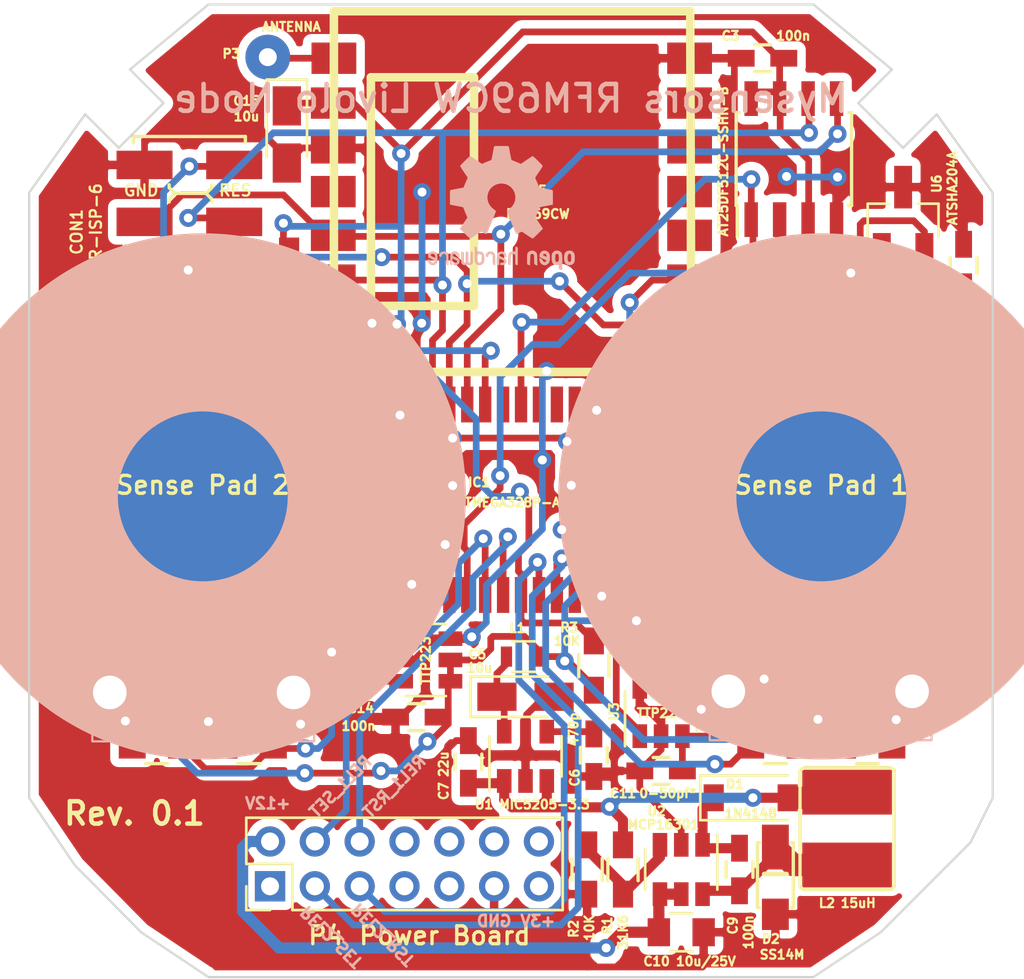
<source format=kicad_pcb>
(kicad_pcb (version 20170123) (host pcbnew no-vcs-found-6cefb68~58~ubuntu16.04.1)
  (layers (0 F.Cu signal) (31 B.Cu signal) (34 B.Paste user) (35 F.Paste user) (36 B.SilkS user) (37 F.SilkS user) (38 B.Mask user) (39 F.Mask user) (44 Edge.Cuts user))
  (net 0 "")
  (net 1 +3V3)
  (net 2 GND)
  (net 3 "Net-(C4-Pad2)")
  (net 4 "Net-(C6-Pad1)")
  (net 5 "Net-(C7-Pad1)")
  (net 6 /RESET)
  (net 7 "Net-(C9-Pad2)")
  (net 8 "Net-(C9-Pad1)")
  (net 9 /12Vcc)
  (net 10 "Net-(C11-Pad1)")
  (net 11 "Net-(C12-Pad1)")
  (net 12 /MISO)
  (net 13 /SCK)
  (net 14 /MOSI)
  (net 15 "Net-(D3-Pad2)")
  (net 16 "Net-(D4-Pad1)")
  (net 17 "Net-(D5-Pad1)")
  (net 18 "Net-(D6-Pad2)")
  (net 19 /INT)
  (net 20 /TS2)
  (net 21 /S2_LEDs)
  (net 22 /TS1)
  (net 23 /S1_LEDs)
  (net 24 "Net-(P3-Pad1)")
  (net 25 "Net-(R1-Pad1)")
  (net 26 /Relay2_Reset)
  (net 27 /Relay1_Reset)
  (net 28 /Relay2_Set)
  (net 29 /Relay1_Set)
  (net 30 /ATSHA204A)
  (net 31 /RADIO_SS)
  (net 32 /FLASH_SS)
  (net 33 "Net-(C5-Pad1)")
  (module myfootprints:Livolo_EU_SW_2_Channel_1Way_Frame_VL-C702X-2_Ver_C1 (layer B.Cu) (at 142.3 92 180)
    (fp_text reference REF** hide)
    (fp_text value Livolo_EU_SW_2Ways_Frame_VL-C702X-2_Ver_C1 hide)
  )
  (module Capacitors_SMD:C_0805 (layer F.Cu) (at 150 111.6)
    (fp_text reference C10 (at -1.1 1.3) (layer F.SilkS) (effects (font (size 0.4 0.4) (thickness 0.1))))
    (fp_text value 10u/25V (at 1.1 1.3) (layer F.SilkS) (effects (font (size 0.4 0.4) (thickness 0.1))))
    (pad 1 smd rect (at -1 0) (size 1 1.25) (layers F.Cu F.Paste F.Mask) (net 9 /12Vcc))
    (pad 2 smd rect (at 1 0) (size 1 1.25) (layers F.Cu F.Paste F.Mask) (net 2 GND))
  )
  (module myfootprints:VLCF4020T-150MR68 (layer F.Cu) (at 157.4 107.1)
    (fp_text reference L2 (at -0.9 3.2 -180) (layer F.SilkS) (effects (font (size 0.4 0.4) (thickness 0.1))))
    (fp_text value 15uH (at 0.5 3.2 -180) (layer F.SilkS) (effects (font (size 0.4 0.4) (thickness 0.1))))
    (pad 1 smd rect (at 0 -1.75) (size 4 2) (layers F.Cu F.Paste F.Mask) (net 5 "Net-(C7-Pad1)"))
    (pad 2 smd rect (at 0 1.5) (size 4 2) (layers F.Cu F.Paste F.Mask) (net 7 "Net-(C9-Pad2)"))
  )
  (module myfootprints:SS14M (layer F.Cu) (at 154.2 109.3 270)
    (fp_text reference D2 (at 2.6 0.2) (layer F.SilkS) (effects (font (size 0.4 0.4) (thickness 0.1))))
    (fp_text value SS14M (at 3.3 -0.3) (layer F.SilkS) (effects (font (size 0.4 0.4) (thickness 0.1))))
    (pad 1 smd rect (at -1.5 0 270) (size 2 1.2) (layers F.Cu F.Paste F.Mask) (net 7 "Net-(C9-Pad2)"))
    (pad 2 smd rect (at 1.5 0 270) (size 1.4 1.2) (layers F.Cu F.Paste F.Mask) (net 2 GND))
  )
  (module Resistors_SMD:R_0603_HandSoldering (layer F.Cu) (at 145.8 108.8 90)
    (fp_text reference R2 (at -2.65 -0.6 90) (layer F.SilkS) (effects (font (size 0.4 0.4) (thickness 0.1))))
    (fp_text value 10K (at -2.6 0.1 90) (layer F.SilkS) (effects (font (size 0.4 0.4) (thickness 0.1))))
    (pad 2 smd rect (at 1.1 0 90) (size 1.2 0.9) (layers F.Cu F.Paste F.Mask) (net 25 "Net-(R1-Pad1)"))
    (pad 1 smd rect (at -1.1 0 90) (size 1.2 0.9) (layers F.Cu F.Paste F.Mask) (net 2 GND))
  )
  (module TO_SOT_Packages_SMD:SOT-23-6 (layer F.Cu) (at 150 108.8 270)
    (fp_text reference U2 (at -2.6 1.1) (layer F.SilkS) (effects (font (size 0.4 0.4) (thickness 0.1))))
    (fp_text value MCP16301 (at -2 0.8 180) (layer F.SilkS) (effects (font (size 0.4 0.4) (thickness 0.1))))
    (pad 5 smd rect (at 1.1 0 270) (size 1.06 0.65) (layers F.Cu F.Paste F.Mask) (net 9 /12Vcc))
    (pad 6 smd rect (at 1.1 -0.95 270) (size 1.06 0.65) (layers F.Cu F.Paste F.Mask) (net 7 "Net-(C9-Pad2)"))
    (pad 4 smd rect (at 1.1 0.95 270) (size 1.06 0.65) (layers F.Cu F.Paste F.Mask) (net 9 /12Vcc))
    (pad 3 smd rect (at -1.1 0.95 270) (size 1.06 0.65) (layers F.Cu F.Paste F.Mask) (net 25 "Net-(R1-Pad1)"))
    (pad 2 smd rect (at -1.1 0 270) (size 1.06 0.65) (layers F.Cu F.Paste F.Mask) (net 2 GND))
    (pad 1 smd rect (at -1.1 -0.95 270) (size 1.06 0.65) (layers F.Cu F.Paste F.Mask) (net 8 "Net-(C9-Pad1)"))
  )
  (module myfootprints:AVR_ISP_SMT_Small_02x03 (layer F.Cu) (at 128.05 79.9 90)
    (fp_text reference CON1 (at -0.45 -5.03 90) (layer F.SilkS) (effects (font (size 0.5 0.5) (thickness 0.1))))
    (fp_text value AVR-ISP-6 (at -0.43 -4.17 270) (layer F.SilkS) (effects (font (size 0.5 0.5) (thickness 0.1))))
    (pad 2 smd rect (at -2.54 -2 90) (size 1.27 2.5) (layers F.Cu F.Paste F.Mask) (net 1 +3V3))
    (pad 4 smd rect (at 0 -2 90) (size 1.27 2.5) (layers F.Cu F.Paste F.Mask) (net 14 /MOSI))
    (pad 6 smd rect (at 2.54 -2 90) (size 1.27 2.5) (layers F.Cu F.Paste F.Mask) (net 2 GND))
    (pad 5 smd rect (at 2.54 2 90) (size 1.27 2.5) (layers F.Cu F.Paste F.Mask) (net 6 /RESET))
    (pad 3 smd rect (at 0 2 90) (size 1.27 2.5) (layers F.Cu F.Paste F.Mask) (net 13 /SCK))
    (pad 1 smd rect (at -2.5 2 90) (size 1.27 2.5) (layers F.Cu F.Paste F.Mask) (net 12 /MISO))
  )
  (module Capacitors_Tantalum_SMD:CP_Tantalum_Case-R_EIA-2012-12_Wave (layer F.Cu) (at 143.05 101.092)
    (fp_text reference C5 (at -2.15 -1.892) (layer F.SilkS) (effects (font (size 0.4 0.4) (thickness 0.1))))
    (fp_text value 10u (at -2.05 -1.292) (layer F.SilkS) (effects (font (size 0.4 0.4) (thickness 0.1))))
    (pad 1 smd rect (at -1.275 0) (size 1.75 1.26) (layers F.Cu F.Paste F.Mask) (net 33 "Net-(C5-Pad1)"))
    (pad 2 smd rect (at 1.275 0) (size 1.75 1.26) (layers F.Cu F.Paste F.Mask) (net 2 GND))
  )
  (module myfootprints:touch_pad_16mm (layer F.Cu) (at 156.25 92.15)
    (fp_text reference P1 hide)
    (fp_text value "Sense Pad 1" (at 0 -0.5) (layer F.SilkS) (effects (font (size 0.8 0.8))))
    (pad 1 smd circle (at 0 0) (size 15.5 15.5) (layers B.Cu) (net 10 "Net-(C11-Pad1)"))
  )
  (module myfootprints:touch_pad_16mm (layer F.Cu) (at 128.65 92.15)
    (fp_text reference P2 hide)
    (fp_text value "Sense Pad 2" (at 0 -0.5) (layer F.SilkS) (effects (font (size 0.8 0.8))))
    (pad 1 smd circle (at 0 0) (size 15.5 15.5) (layers B.Cu) (net 11 "Net-(C12-Pad1)"))
  )
  (module Resistors_SMD:R_0603_HandSoldering (layer F.Cu) (at 159.766 83.312 180)
    (fp_text reference R10 (at 0.866 -1.238 180) (layer F.SilkS) (effects (font (size 0.4 0.4) (thickness 0.1))))
    (fp_text value 1K (at -0.762 -1.27 180) (layer F.SilkS) (effects (font (size 0.4 0.4) (thickness 0.1))))
    (pad 1 smd rect (at -1.1 0 180) (size 1.2 0.9) (layers F.Cu F.Paste F.Mask) (net 1 +3V3))
    (pad 2 smd rect (at 1.1 0 180) (size 1.2 0.9) (layers F.Cu F.Paste F.Mask) (net 30 /ATSHA204A))
  )
  (module Symbols:OSHW-Logo2_7.3x6mm_SilkScreen (layer B.Cu) (at 141.975 79.275 180)
    (fp_text reference REF*** hide)
    (fp_text value OSHW-Logo2_7.3x6mm_SilkScreen hide)
  )
  (module Capacitors_SMD:C_0603_HandSoldering (layer F.Cu) (at 153.625 72.6)
    (fp_text reference C3 (at -1.425 -1 180) (layer F.SilkS) (effects (font (size 0.4 0.4) (thickness 0.1))))
    (fp_text value 100n (at 1.375 -1 180) (layer F.SilkS) (effects (font (size 0.4 0.4) (thickness 0.1))))
    (pad 1 smd rect (at -0.95 0) (size 1.2 0.75) (layers F.Cu F.Paste F.Mask) (net 2 GND))
    (pad 2 smd rect (at 0.95 0) (size 1.2 0.75) (layers F.Cu F.Paste F.Mask) (net 1 +3V3))
  )
  (module myfootprints:hole_1.5mm (layer F.Cu) (at 152.1 100.85)
    (fp_text reference REF** hide)
    (fp_text value hole_1.5mm hide)
    (pad "" np_thru_hole circle (at 0 0) (size 1.5 1.5) (drill 1.5) (layers *.Cu *.Mask))
  )
  (module myfootprints:hole_1.5mm (layer F.Cu) (at 160.3 100.85)
    (fp_text reference REF** hide)
    (fp_text value hole_1.5mm hide)
    (pad "" np_thru_hole circle (at 0 0) (size 1.5 1.5) (drill 1.5) (layers *.Cu *.Mask))
  )
  (module myfootprints:hole_1.5mm (layer F.Cu) (at 132.7 100.9)
    (fp_text reference REF** hide)
    (fp_text value hole_1.5mm hide)
    (pad "" np_thru_hole circle (at 0 0) (size 1.5 1.5) (drill 1.5) (layers *.Cu *.Mask))
  )
  (module myfootprints:hole_1.5mm (layer F.Cu) (at 124.5 100.9)
    (fp_text reference REF** hide)
    (fp_text value hole_1.5mm hide)
    (pad "" np_thru_hole circle (at 0 0) (size 1.5 1.5) (drill 1.5) (layers *.Cu *.Mask))
  )
  (module Capacitors_SMD:C_0402 (layer F.Cu) (at 137.15 96.9)
    (fp_text reference C4 (at -1.75 -1.35 180) (layer F.SilkS) (effects (font (size 0.4 0.4) (thickness 0.1))))
    (fp_text value 100n (at -1.3 -0.65 180) (layer F.SilkS) (effects (font (size 0.4 0.4) (thickness 0.1))))
    (pad 1 smd rect (at -0.55 0) (size 0.6 0.5) (layers F.Cu F.Paste F.Mask) (net 2 GND))
    (pad 2 smd rect (at 0.55 0) (size 0.6 0.5) (layers F.Cu F.Paste F.Mask) (net 3 "Net-(C4-Pad2)"))
  )
  (module Capacitors_SMD:C_0402 (layer F.Cu) (at 137.35 87.5 180)
    (fp_text reference C2 (at 1.5 0.275 180) (layer F.SilkS) (effects (font (size 0.4 0.4) (thickness 0.1))))
    (fp_text value 100n (at 1.85 -0.4 180) (layer F.SilkS) (effects (font (size 0.4 0.4) (thickness 0.1))))
    (pad 1 smd rect (at -0.55 0 180) (size 0.6 0.5) (layers F.Cu F.Paste F.Mask) (net 2 GND))
    (pad 2 smd rect (at 0.55 0 180) (size 0.6 0.5) (layers F.Cu F.Paste F.Mask) (net 1 +3V3))
  )
  (module Capacitors_SMD:C_0402 (layer F.Cu) (at 147.5 87.5)
    (fp_text reference C1 (at 1.525 -0.3) (layer F.SilkS) (effects (font (size 0.4 0.4) (thickness 0.1))))
    (fp_text value 100n (at 1.95 0.375) (layer F.SilkS) (effects (font (size 0.4 0.4) (thickness 0.1))))
    (pad 1 smd rect (at -0.55 0) (size 0.6 0.5) (layers F.Cu F.Paste F.Mask) (net 1 +3V3))
    (pad 2 smd rect (at 0.55 0) (size 0.6 0.5) (layers F.Cu F.Paste F.Mask) (net 2 GND))
  )
  (module Capacitors_SMD:C_0603_HandSoldering (layer F.Cu) (at 140.5 104 90)
    (fp_text reference C7 (at -1.3 -1.1 90) (layer F.SilkS) (effects (font (size 0.4 0.4) (thickness 0.1))))
    (fp_text value 22u (at -0.1 -1.1 270) (layer F.SilkS) (effects (font (size 0.4 0.4) (thickness 0.1))))
    (pad 1 smd rect (at -0.95 0 90) (size 1.2 0.75) (layers F.Cu F.Paste F.Mask) (net 5 "Net-(C7-Pad1)"))
    (pad 2 smd rect (at 0.95 0 90) (size 1.2 0.75) (layers F.Cu F.Paste F.Mask) (net 2 GND))
  )
  (module Capacitors_SMD:C_0603_HandSoldering (layer F.Cu) (at 146.1 103.7 270)
    (fp_text reference C6 (at 1 0.85 270) (layer F.SilkS) (effects (font (size 0.4 0.4) (thickness 0.1))))
    (fp_text value 470p (at -1.15 0.9 270) (layer F.SilkS) (effects (font (size 0.4 0.4) (thickness 0.1))))
    (pad 2 smd rect (at 0.95 0 270) (size 1.2 0.75) (layers F.Cu F.Paste F.Mask) (net 2 GND))
    (pad 1 smd rect (at -0.95 0 270) (size 1.2 0.75) (layers F.Cu F.Paste F.Mask) (net 4 "Net-(C6-Pad1)"))
  )
  (module Capacitors_SMD:C_0603_HandSoldering (layer F.Cu) (at 152.6 108.8 270)
    (fp_text reference C9 (at 2.5 0.3 270) (layer F.SilkS) (effects (font (size 0.4 0.4) (thickness 0.1))))
    (fp_text value 100n (at 2.8 -0.4 90) (layer F.SilkS) (effects (font (size 0.4 0.4) (thickness 0.1))))
    (pad 2 smd rect (at 0.95 0 270) (size 1.2 0.75) (layers F.Cu F.Paste F.Mask) (net 7 "Net-(C9-Pad2)"))
    (pad 1 smd rect (at -0.95 0 270) (size 1.2 0.75) (layers F.Cu F.Paste F.Mask) (net 8 "Net-(C9-Pad1)"))
  )
  (module Capacitors_SMD:C_0603_HandSoldering (layer F.Cu) (at 149.1 104.4 180)
    (fp_text reference C11 (at 1.7 -1 180) (layer F.SilkS) (effects (font (size 0.4 0.4) (thickness 0.1))))
    (fp_text value 0-50pf* (at -0.3 -1 180) (layer F.SilkS) (effects (font (size 0.4 0.4) (thickness 0.1))))
    (pad 1 smd rect (at -0.95 0 180) (size 1.2 0.75) (layers F.Cu F.Paste F.Mask) (net 10 "Net-(C11-Pad1)"))
    (pad 2 smd rect (at 0.95 0 180) (size 1.2 0.75) (layers F.Cu F.Paste F.Mask) (net 2 GND))
  )
  (module Capacitors_SMD:C_0603_HandSoldering (layer F.Cu) (at 136 99.35 90)
    (fp_text reference C12 (at -1.25 -1 90) (layer F.SilkS) (effects (font (size 0.4 0.4) (thickness 0.1))))
    (fp_text value 0-50pf* (at 1.55 -1 90) (layer F.SilkS) (effects (font (size 0.4 0.4) (thickness 0.1))))
    (pad 1 smd rect (at -0.95 0 90) (size 1.2 0.75) (layers F.Cu F.Paste F.Mask) (net 11 "Net-(C12-Pad1)"))
    (pad 2 smd rect (at 0.95 0 90) (size 1.2 0.75) (layers F.Cu F.Paste F.Mask) (net 2 GND))
  )
  (module Capacitors_SMD:C_0603_HandSoldering (layer F.Cu) (at 149.2 99.1 180)
    (fp_text reference C13 (at -0.925 1.825 180) (layer F.SilkS) (effects (font (size 0.4 0.4) (thickness 0.1))))
    (fp_text value 100n (at -1.125 1.075 180) (layer F.SilkS) (effects (font (size 0.4 0.4) (thickness 0.1))))
    (pad 2 smd rect (at 0.95 0 180) (size 1.2 0.75) (layers F.Cu F.Paste F.Mask) (net 2 GND))
    (pad 1 smd rect (at -0.95 0 180) (size 1.2 0.75) (layers F.Cu F.Paste F.Mask) (net 1 +3V3))
  )
  (module Capacitors_SMD:C_0603_HandSoldering (layer F.Cu) (at 138.2 102 180)
    (fp_text reference C14 (at 2.5 0.4) (layer F.SilkS) (effects (font (size 0.4 0.4) (thickness 0.1))))
    (fp_text value 100n (at 2.6 -0.4 180) (layer F.SilkS) (effects (font (size 0.4 0.4) (thickness 0.1))))
    (pad 2 smd rect (at 0.95 0 180) (size 1.2 0.75) (layers F.Cu F.Paste F.Mask) (net 2 GND))
    (pad 1 smd rect (at -0.95 0 180) (size 1.2 0.75) (layers F.Cu F.Paste F.Mask) (net 1 +3V3))
  )
  (module Diodes_SMD:SOD-123 (layer F.Cu) (at 153.1 105.6)
    (fp_text reference D1 (at -0.7 -0.6 180) (layer F.SilkS) (effects (font (size 0.4 0.4) (thickness 0.1))))
    (fp_text value 1N4148 (at 0 0.7) (layer F.SilkS) (effects (font (size 0.4 0.4) (thickness 0.1))))
    (pad 2 smd rect (at 1.65 0) (size 0.9 1.2) (layers F.Cu F.Paste F.Mask) (net 5 "Net-(C7-Pad1)"))
    (pad 1 smd rect (at -1.65 0) (size 0.9 1.2) (layers F.Cu F.Paste F.Mask) (net 8 "Net-(C9-Pad1)"))
  )
  (module Diodes_SMD:D_0603 (layer B.Cu) (at 130.5 102.15 180)
    (fp_text reference D3 (at -0.9 1.05 180) (layer B.SilkS) (effects (font (size 0.4 0.4) (thickness 0.1)) (justify mirror)))
    (fp_text value Blue (at 0.6 1.05 180) (layer B.SilkS) (effects (font (size 0.4 0.4) (thickness 0.1)) (justify mirror)))
    (pad 2 smd rect (at 0.85 0 180) (size 0.6 0.8) (layers B.Cu B.Paste B.Mask) (net 15 "Net-(D3-Pad2)"))
    (pad 1 smd rect (at -0.85 0 180) (size 0.6 0.8) (layers B.Cu B.Paste B.Mask) (net 2 GND))
  )
  (module Diodes_SMD:D_0603 (layer B.Cu) (at 126.85 102.15)
    (fp_text reference D4 (at 0.9 -1.05) (layer B.SilkS) (effects (font (size 0.4 0.4) (thickness 0.1)) (justify mirror)))
    (fp_text value Red (at -0.6 -1.05) (layer B.SilkS) (effects (font (size 0.4 0.4) (thickness 0.1)) (justify mirror)))
    (pad 1 smd rect (at -0.85 0) (size 0.6 0.8) (layers B.Cu B.Paste B.Mask) (net 16 "Net-(D4-Pad1)"))
    (pad 2 smd rect (at 0.85 0) (size 0.6 0.8) (layers B.Cu B.Paste B.Mask) (net 1 +3V3))
  )
  (module Diodes_SMD:D_0603 (layer B.Cu) (at 157.95 102.15 180)
    (fp_text reference D5 (at -0.85 1.05 180) (layer B.SilkS) (effects (font (size 0.4 0.4) (thickness 0.1)) (justify mirror)))
    (fp_text value Red (at 0.65 1.05 180) (layer B.SilkS) (effects (font (size 0.4 0.4) (thickness 0.1)) (justify mirror)))
    (pad 1 smd rect (at -0.85 0 180) (size 0.6 0.8) (layers B.Cu B.Paste B.Mask) (net 17 "Net-(D5-Pad1)"))
    (pad 2 smd rect (at 0.85 0 180) (size 0.6 0.8) (layers B.Cu B.Paste B.Mask) (net 1 +3V3))
  )
  (module Diodes_SMD:D_0603 (layer B.Cu) (at 154.6 102.15)
    (fp_text reference D6 (at 1 -1.05) (layer B.SilkS) (effects (font (size 0.4 0.4) (thickness 0.1)) (justify mirror)))
    (fp_text value Blue (at -0.6 -1.05) (layer B.SilkS) (effects (font (size 0.4 0.4) (thickness 0.1)) (justify mirror)))
    (pad 2 smd rect (at 0.85 0) (size 0.6 0.8) (layers B.Cu B.Paste B.Mask) (net 18 "Net-(D6-Pad2)"))
    (pad 1 smd rect (at -0.85 0) (size 0.6 0.8) (layers B.Cu B.Paste B.Mask) (net 2 GND))
  )
  (module Housings_QFP:TQFP-32_7x7mm_Pitch0.8mm (layer F.Cu) (at 142.45 92.3 180)
    (fp_text reference IC1 (at 1.475 0.775) (layer F.SilkS) (effects (font (size 0.4 0.4) (thickness 0.1))))
    (fp_text value ATMEGA328P-AU (at -0.05 -0.125) (layer F.SilkS) (effects (font (size 0.4 0.4) (thickness 0.1))))
    (pad 32 smd rect (at -2.8 -4.25 270) (size 1.6 0.55) (layers F.Cu F.Paste F.Mask) (net 19 /INT))
    (pad 31 smd rect (at -2 -4.25 270) (size 1.6 0.55) (layers F.Cu F.Paste F.Mask) (net 26 /Relay2_Reset))
    (pad 30 smd rect (at -1.2 -4.25 270) (size 1.6 0.55) (layers F.Cu F.Paste F.Mask) (net 28 /Relay2_Set))
    (pad 29 smd rect (at -0.4 -4.25 270) (size 1.6 0.55) (layers F.Cu F.Paste F.Mask) (net 6 /RESET))
    (pad 28 smd rect (at 0.4 -4.25 270) (size 1.6 0.55) (layers F.Cu F.Paste F.Mask) (net 27 /Relay1_Reset))
    (pad 27 smd rect (at 1.2 -4.25 270) (size 1.6 0.55) (layers F.Cu F.Paste F.Mask) (net 29 /Relay1_Set))
    (pad 26 smd rect (at 2 -4.25 270) (size 1.6 0.55) (layers F.Cu F.Paste F.Mask) (net 30 /ATSHA204A))
    (pad 25 smd rect (at 2.8 -4.25 270) (size 1.6 0.55) (layers F.Cu F.Paste F.Mask))
    (pad 24 smd rect (at 4.25 -2.8 180) (size 1.6 0.55) (layers F.Cu F.Paste F.Mask) (net 20 /TS2))
    (pad 23 smd rect (at 4.25 -2 180) (size 1.6 0.55) (layers F.Cu F.Paste F.Mask) (net 21 /S2_LEDs))
    (pad 22 smd rect (at 4.25 -1.2 180) (size 1.6 0.55) (layers F.Cu F.Paste F.Mask))
    (pad 21 smd rect (at 4.25 -0.4 180) (size 1.6 0.55) (layers F.Cu F.Paste F.Mask) (net 2 GND))
    (pad 20 smd rect (at 4.25 0.4 180) (size 1.6 0.55) (layers F.Cu F.Paste F.Mask) (net 3 "Net-(C4-Pad2)"))
    (pad 19 smd rect (at 4.25 1.2 180) (size 1.6 0.55) (layers F.Cu F.Paste F.Mask))
    (pad 18 smd rect (at 4.25 2 180) (size 1.6 0.55) (layers F.Cu F.Paste F.Mask) (net 1 +3V3))
    (pad 17 smd rect (at 4.25 2.8 180) (size 1.6 0.55) (layers F.Cu F.Paste F.Mask) (net 13 /SCK))
    (pad 16 smd rect (at 2.8 4.25 270) (size 1.6 0.55) (layers F.Cu F.Paste F.Mask) (net 12 /MISO))
    (pad 15 smd rect (at 2 4.25 270) (size 1.6 0.55) (layers F.Cu F.Paste F.Mask) (net 14 /MOSI))
    (pad 14 smd rect (at 1.2 4.25 270) (size 1.6 0.55) (layers F.Cu F.Paste F.Mask) (net 31 /RADIO_SS))
    (pad 13 smd rect (at 0.4 4.25 270) (size 1.6 0.55) (layers F.Cu F.Paste F.Mask))
    (pad 12 smd rect (at -0.4 4.25 270) (size 1.6 0.55) (layers F.Cu F.Paste F.Mask) (net 32 /FLASH_SS))
    (pad 11 smd rect (at -1.2 4.25 270) (size 1.6 0.55) (layers F.Cu F.Paste F.Mask))
    (pad 10 smd rect (at -2 4.25 270) (size 1.6 0.55) (layers F.Cu F.Paste F.Mask))
    (pad 9 smd rect (at -2.8 4.25 270) (size 1.6 0.55) (layers F.Cu F.Paste F.Mask))
    (pad 8 smd rect (at -4.25 2.8 180) (size 1.6 0.55) (layers F.Cu F.Paste F.Mask))
    (pad 7 smd rect (at -4.25 2 180) (size 1.6 0.55) (layers F.Cu F.Paste F.Mask))
    (pad 6 smd rect (at -4.25 1.2 180) (size 1.6 0.55) (layers F.Cu F.Paste F.Mask) (net 1 +3V3))
    (pad 5 smd rect (at -4.25 0.4 180) (size 1.6 0.55) (layers F.Cu F.Paste F.Mask) (net 2 GND))
    (pad 4 smd rect (at -4.25 -0.4 180) (size 1.6 0.55) (layers F.Cu F.Paste F.Mask) (net 1 +3V3))
    (pad 3 smd rect (at -4.25 -1.2 180) (size 1.6 0.55) (layers F.Cu F.Paste F.Mask) (net 2 GND))
    (pad 2 smd rect (at -4.25 -2 180) (size 1.6 0.55) (layers F.Cu F.Paste F.Mask) (net 23 /S1_LEDs))
    (pad 1 smd rect (at -4.25 -2.8 180) (size 1.6 0.55) (layers F.Cu F.Paste F.Mask) (net 22 /TS1))
  )
  (module Wire_Pads:SolderWirePad_single_0-8mmDrill (layer F.Cu) (at 131.55 72.55)
    (fp_text reference P3 (at -1.625 -0.15) (layer F.SilkS) (effects (font (size 0.4 0.4) (thickness 0.1))))
    (fp_text value ANTENNA (at 1.05 -1.35) (layer F.SilkS) (effects (font (size 0.4 0.4) (thickness 0.1))))
    (pad 1 thru_hole circle (at 0 0) (size 1.99898 1.99898) (drill 0.8001) (layers *.Cu *.Mask) (net 24 "Net-(P3-Pad1)"))
  )
  (module Resistors_SMD:R_0603_HandSoldering (layer F.Cu) (at 147.4 108.8 90)
    (fp_text reference R1 (at -2.5 -0.7 90) (layer F.SilkS) (effects (font (size 0.4 0.4) (thickness 0.1))))
    (fp_text value 31K6 (at -2.8 0 90) (layer F.SilkS) (effects (font (size 0.4 0.4) (thickness 0.1))))
    (pad 1 smd rect (at -1.1 0 90) (size 1.2 0.9) (layers F.Cu F.Paste F.Mask) (net 25 "Net-(R1-Pad1)"))
    (pad 2 smd rect (at 1.1 0 90) (size 1.2 0.9) (layers F.Cu F.Paste F.Mask) (net 5 "Net-(C7-Pad1)"))
  )
  (module Resistors_SMD:R_0603_HandSoldering (layer F.Cu) (at 146.1 99.7 90)
    (fp_text reference R3 (at 1.7 -1.1 180) (layer F.SilkS) (effects (font (size 0.4 0.4) (thickness 0.1))))
    (fp_text value 10K (at 1.1 -1.2) (layer F.SilkS) (effects (font (size 0.4 0.4) (thickness 0.1))))
    (pad 1 smd rect (at -1.1 0 90) (size 1.2 0.9) (layers F.Cu F.Paste F.Mask) (net 1 +3V3))
    (pad 2 smd rect (at 1.1 0 90) (size 1.2 0.9) (layers F.Cu F.Paste F.Mask) (net 6 /RESET))
  )
  (module Resistors_SMD:R_0603_HandSoldering (layer F.Cu) (at 132.5 82.3 90)
    (fp_text reference R4 (at -2.35 0.075 180) (layer F.SilkS) (effects (font (size 0.4 0.4) (thickness 0.1))))
    (fp_text value 56K (at -3.125 0.05 180) (layer F.SilkS) (effects (font (size 0.4 0.4) (thickness 0.1))))
    (pad 2 smd rect (at 1.1 0 90) (size 1.2 0.9) (layers F.Cu F.Paste F.Mask) (net 1 +3V3))
    (pad 1 smd rect (at -1.1 0 90) (size 1.2 0.9) (layers F.Cu F.Paste F.Mask) (net 31 /RADIO_SS))
  )
  (module Resistors_SMD:R_0603_HandSoldering (layer F.Cu) (at 154.2 103.4 180)
    (fp_text reference R5 (at 0.9 1.2 180) (layer F.SilkS) (effects (font (size 0.4 0.4) (thickness 0.1))))
    (fp_text value 1K* (at -0.7 1.2 180) (layer F.SilkS) (effects (font (size 0.4 0.4) (thickness 0.1))))
    (pad 1 smd rect (at -1.1 0 180) (size 1.2 0.9) (layers F.Cu F.Paste F.Mask) (net 18 "Net-(D6-Pad2)"))
    (pad 2 smd rect (at 1.1 0 180) (size 1.2 0.9) (layers F.Cu F.Paste F.Mask) (net 23 /S1_LEDs))
  )
  (module Resistors_SMD:R_0603_HandSoldering (layer F.Cu) (at 158.3 103.4 180)
    (fp_text reference R6 (at 1.2 1.2) (layer F.SilkS) (effects (font (size 0.4 0.4) (thickness 0.1))))
    (fp_text value 1K* (at -0.1 1.2) (layer F.SilkS) (effects (font (size 0.4 0.4) (thickness 0.1))))
    (pad 2 smd rect (at 1.1 0 180) (size 1.2 0.9) (layers F.Cu F.Paste F.Mask) (net 23 /S1_LEDs))
    (pad 1 smd rect (at -1.1 0 180) (size 1.2 0.9) (layers F.Cu F.Paste F.Mask) (net 17 "Net-(D5-Pad1)"))
  )
  (module Resistors_SMD:R_0603_HandSoldering (layer F.Cu) (at 130.7 103.4)
    (fp_text reference R7 (at -0.7 -1.2) (layer F.SilkS) (effects (font (size 0.4 0.4) (thickness 0.1))))
    (fp_text value 1K* (at 0.7 -1.2) (layer F.SilkS) (effects (font (size 0.4 0.4) (thickness 0.1))))
    (pad 1 smd rect (at -1.1 0) (size 1.2 0.9) (layers F.Cu F.Paste F.Mask) (net 15 "Net-(D3-Pad2)"))
    (pad 2 smd rect (at 1.1 0) (size 1.2 0.9) (layers F.Cu F.Paste F.Mask) (net 21 /S2_LEDs))
  )
  (module Resistors_SMD:R_0603_HandSoldering (layer F.Cu) (at 126.6 103.4)
    (fp_text reference R8 (at -0.3 -1.2 -180) (layer F.SilkS) (effects (font (size 0.4 0.4) (thickness 0.1))))
    (fp_text value 1K* (at 1 -1.2 -180) (layer F.SilkS) (effects (font (size 0.4 0.4) (thickness 0.1))))
    (pad 2 smd rect (at 1.1 0) (size 1.2 0.9) (layers F.Cu F.Paste F.Mask) (net 21 /S2_LEDs))
    (pad 1 smd rect (at -1.1 0) (size 1.2 0.9) (layers F.Cu F.Paste F.Mask) (net 16 "Net-(D4-Pad1)"))
  )
  (module TO_SOT_Packages_SMD:SOT-23-5 (layer F.Cu) (at 143.05 103.75 90)
    (fp_text reference U1 (at -2.15 -1.85 180) (layer F.SilkS) (effects (font (size 0.4 0.4) (thickness 0.1))))
    (fp_text value MIC5205-3.3 (at -2.15 0.85 180) (layer F.SilkS) (effects (font (size 0.4 0.4) (thickness 0.1))))
    (pad 5 smd rect (at 1.1 -0.95 90) (size 1.06 0.65) (layers F.Cu F.Paste F.Mask) (net 33 "Net-(C5-Pad1)"))
    (pad 4 smd rect (at 1.1 0.95 90) (size 1.06 0.65) (layers F.Cu F.Paste F.Mask) (net 4 "Net-(C6-Pad1)"))
    (pad 3 smd rect (at -1.1 0.95 90) (size 1.06 0.65) (layers F.Cu F.Paste F.Mask) (net 5 "Net-(C7-Pad1)"))
    (pad 2 smd rect (at -1.1 0 90) (size 1.06 0.65) (layers F.Cu F.Paste F.Mask) (net 2 GND))
    (pad 1 smd rect (at -1.1 -0.95 90) (size 1.06 0.65) (layers F.Cu F.Paste F.Mask) (net 5 "Net-(C7-Pad1)"))
  )
  (module TO_SOT_Packages_SMD:SOT-23-6 (layer F.Cu) (at 149.1 101.75 90)
    (fp_text reference U3 (at 0 -2.1 270) (layer F.SilkS) (effects (font (size 0.4 0.4) (thickness 0.1))))
    (fp_text value TTP223 (at -0.075 0) (layer F.SilkS) (effects (font (size 0.4 0.4) (thickness 0.1))))
    (pad 5 smd rect (at 1.1 0 90) (size 1.06 0.65) (layers F.Cu F.Paste F.Mask) (net 1 +3V3))
    (pad 6 smd rect (at 1.1 -0.95 90) (size 1.06 0.65) (layers F.Cu F.Paste F.Mask) (net 2 GND))
    (pad 4 smd rect (at 1.1 0.95 90) (size 1.06 0.65) (layers F.Cu F.Paste F.Mask) (net 1 +3V3))
    (pad 3 smd rect (at -1.1 0.95 90) (size 1.06 0.65) (layers F.Cu F.Paste F.Mask) (net 10 "Net-(C11-Pad1)"))
    (pad 2 smd rect (at -1.1 0 90) (size 1.06 0.65) (layers F.Cu F.Paste F.Mask) (net 2 GND))
    (pad 1 smd rect (at -1.1 -0.95 90) (size 1.06 0.65) (layers F.Cu F.Paste F.Mask) (net 22 /TS1))
  )
  (module TO_SOT_Packages_SMD:SOT-23-6 (layer F.Cu) (at 138.6 99.45)
    (fp_text reference U4 (at -0.05 -2) (layer F.SilkS) (effects (font (size 0.4 0.4) (thickness 0.1))))
    (fp_text value TTP223 (at 0 0.025 90) (layer F.SilkS) (effects (font (size 0.4 0.4) (thickness 0.1))))
    (pad 1 smd rect (at -1.1 -0.95) (size 1.06 0.65) (layers F.Cu F.Paste F.Mask) (net 20 /TS2))
    (pad 2 smd rect (at -1.1 0) (size 1.06 0.65) (layers F.Cu F.Paste F.Mask) (net 2 GND))
    (pad 3 smd rect (at -1.1 0.95) (size 1.06 0.65) (layers F.Cu F.Paste F.Mask) (net 11 "Net-(C12-Pad1)"))
    (pad 4 smd rect (at 1.1 0.95) (size 1.06 0.65) (layers F.Cu F.Paste F.Mask) (net 1 +3V3))
    (pad 6 smd rect (at 1.1 -0.95) (size 1.06 0.65) (layers F.Cu F.Paste F.Mask) (net 2 GND))
    (pad 5 smd rect (at 1.1 0) (size 1.06 0.65) (layers F.Cu F.Paste F.Mask) (net 1 +3V3))
  )
  (module myfootprints:RFM69CW (layer F.Cu) (at 142.45 78.55)
    (fp_text reference U5 (at 1.15 -0.05) (layer F.SilkS) (effects (font (size 0.4 0.4) (thickness 0.1))))
    (fp_text value RFM69CW (at 1.15 1) (layer F.SilkS) (effects (font (size 0.4 0.4) (thickness 0.1))))
    (pad 1 smd rect (at -7.9502 -5.95122) (size 1.99898 1.39954) (layers F.Cu F.Paste F.Mask) (net 24 "Net-(P3-Pad1)"))
    (pad 2 smd rect (at -7.97814 -3.9497) (size 1.99898 1.39954) (layers F.Cu F.Paste F.Mask) (net 1 +3V3))
    (pad 3 smd rect (at -7.97814 -1.95072) (size 1.99898 1.39954) (layers F.Cu F.Paste F.Mask) (net 2 GND))
    (pad 4 smd rect (at -7.97814 0) (size 1.99898 1.39954) (layers F.Cu F.Paste F.Mask))
    (pad 5 smd rect (at -7.97814 1.95072) (size 1.99898 1.39954) (layers F.Cu F.Paste F.Mask) (net 14 /MOSI))
    (pad 6 smd rect (at -7.97814 3.9497) (size 1.99898 1.39954) (layers F.Cu F.Paste F.Mask) (net 13 /SCK))
    (pad 7 smd rect (at -7.97814 5.95122) (size 1.99898 1.39954) (layers F.Cu F.Paste F.Mask) (net 31 /RADIO_SS))
    (pad 8 smd rect (at 7.92226 5.95122) (size 1.99898 1.39954) (layers F.Cu F.Paste F.Mask) (net 12 /MISO))
    (pad 9 smd rect (at 7.92226 3.9497) (size 1.99898 1.39954) (layers F.Cu F.Paste F.Mask) (net 19 /INT))
    (pad 10 smd rect (at 7.92226 1.95072) (size 1.99898 1.39954) (layers F.Cu F.Paste F.Mask))
    (pad 11 smd rect (at 7.92226 0) (size 1.99898 1.39954) (layers F.Cu F.Paste F.Mask))
    (pad 12 smd rect (at 7.92226 -1.95072) (size 1.99898 1.39954) (layers F.Cu F.Paste F.Mask))
    (pad 13 smd rect (at 7.92226 -3.9497) (size 1.99898 1.39954) (layers F.Cu F.Paste F.Mask))
    (pad 14 smd rect (at 7.92226 -5.95122) (size 1.99898 1.39954) (layers F.Cu F.Paste F.Mask) (net 2 GND))
  )
  (module Capacitors_SMD:C_0603_HandSoldering (layer F.Cu) (at 162.6 81.85 270)
    (fp_text reference C16 (at 2.95 0.45 270) (layer F.SilkS) (effects (font (size 0.4 0.4) (thickness 0.1))))
    (fp_text value 100n (at 2.7 -0.3 270) (layer F.SilkS) (effects (font (size 0.4 0.4) (thickness 0.1))))
    (pad 2 smd rect (at 0.95 0 270) (size 1.2 0.75) (layers F.Cu F.Paste F.Mask) (net 1 +3V3))
    (pad 1 smd rect (at -0.95 0 270) (size 1.2 0.75) (layers F.Cu F.Paste F.Mask) (net 2 GND))
  )
  (module Resistors_SMD:R_0603_HandSoldering (layer F.Cu) (at 154.3 81.7 180)
    (fp_text reference R9 (at 0.475 -1.375 180) (layer F.SilkS) (effects (font (size 0.4 0.4) (thickness 0.1))))
    (fp_text value 56K (at -1.05 -1.375 180) (layer F.SilkS) (effects (font (size 0.4 0.4) (thickness 0.1))))
    (pad 2 smd rect (at 1.1 0 180) (size 1.2 0.9) (layers F.Cu F.Paste F.Mask) (net 32 /FLASH_SS))
    (pad 1 smd rect (at -1.1 0 180) (size 1.2 0.9) (layers F.Cu F.Paste F.Mask) (net 1 +3V3))
  )
  (module Housings_SOIC:SOIC-8_3.9x4.9mm_Pitch1.27mm (layer F.Cu) (at 155.025 77.1 90)
    (fp_text reference U6 (at -1.1 6.375 270) (layer F.SilkS) (effects (font (size 0.4 0.4) (thickness 0.1))))
    (fp_text value AT25DF512C-SSHN-B (at -0.1 -3.15 90) (layer F.SilkS) (effects (font (size 0.4 0.4) (thickness 0.1))))
    (pad 8 smd rect (at 2.7 -1.905 90) (size 1.55 0.6) (layers F.Cu F.Paste F.Mask) (net 1 +3V3))
    (pad 7 smd rect (at 2.7 -0.635 90) (size 1.55 0.6) (layers F.Cu F.Paste F.Mask) (net 1 +3V3))
    (pad 6 smd rect (at 2.7 0.635 90) (size 1.55 0.6) (layers F.Cu F.Paste F.Mask) (net 13 /SCK))
    (pad 5 smd rect (at 2.7 1.905 90) (size 1.55 0.6) (layers F.Cu F.Paste F.Mask) (net 14 /MOSI))
    (pad 4 smd rect (at -2.7 1.905 90) (size 1.55 0.6) (layers F.Cu F.Paste F.Mask) (net 2 GND))
    (pad 3 smd rect (at -2.7 0.635 90) (size 1.55 0.6) (layers F.Cu F.Paste F.Mask) (net 1 +3V3))
    (pad 2 smd rect (at -2.7 -0.635 90) (size 1.55 0.6) (layers F.Cu F.Paste F.Mask) (net 12 /MISO))
    (pad 1 smd rect (at -2.7 -1.905 90) (size 1.55 0.6) (layers F.Cu F.Paste F.Mask) (net 32 /FLASH_SS))
  )
  (module TO_SOT_Packages_SMD:SOT-23_Handsoldering (layer F.Cu) (at 159.9 79.85 90)
    (fp_text reference U7 (at -2.625 -8.025 90) (layer F.SilkS) (effects (font (size 0.4 0.4) (thickness 0.1))))
    (fp_text value ATSHA204A (at 1.45 2.2 270) (layer F.SilkS) (effects (font (size 0.4 0.4) (thickness 0.1))))
    (pad 3 smd rect (at 1.5 0 90) (size 1.9 0.8) (layers F.Cu F.Paste F.Mask) (net 2 GND))
    (pad 2 smd rect (at -1.5 0.95 90) (size 1.9 0.8) (layers F.Cu F.Paste F.Mask) (net 1 +3V3))
    (pad 1 smd rect (at -1.5 -0.95 90) (size 1.9 0.8) (layers F.Cu F.Paste F.Mask) (net 30 /ATSHA204A))
  )
  (module Resistors_SMD:R_0603 (layer F.Cu) (at 142.95 99.3 180)
    (fp_text reference L1 (at 0.266 1.27 180) (layer F.SilkS) (effects (font (size 0.4 0.4) (thickness 0.1))))
    (fp_text value BLM18HE152SN1D hide)
    (pad 2 smd rect (at 0.75 0 180) (size 0.5 0.9) (layers F.Cu F.Paste F.Mask) (net 33 "Net-(C5-Pad1)"))
    (pad 1 smd rect (at -0.75 0 180) (size 0.5 0.9) (layers F.Cu F.Paste F.Mask) (net 1 +3V3))
  )
  (module Capacitors_Tantalum_SMD:CP_Tantalum_Case-R_EIA-2012-12_Wave (layer F.Cu) (at 132.4 76 270)
    (fp_text reference C15 (at -1.5 1.8) (layer F.SilkS) (effects (font (size 0.4 0.4) (thickness 0.1))))
    (fp_text value 10u (at -0.8 1.8) (layer F.SilkS) (effects (font (size 0.4 0.4) (thickness 0.1))))
    (pad 2 smd rect (at 1.275 0 270) (size 1.75 1.26) (layers F.Cu F.Paste F.Mask) (net 2 GND))
    (pad 1 smd rect (at -1.275 0 270) (size 1.75 1.26) (layers F.Cu F.Paste F.Mask) (net 1 +3V3))
  )
  (module Pin_Headers:Pin_Header_Straight_2x07_Pitch2.00mm (layer F.Cu) (at 131.65 109.55 90)
    (fp_text reference P4 (at -2.2 2.5 180) (layer F.SilkS) (effects (font (size 0.8 0.8))))
    (fp_text value "Power Board" (at -2.2 7.8 180) (layer F.SilkS) (effects (font (size 0.8 0.8))))
    (pad 14 thru_hole oval (at 2 12 90) (size 1.35 1.35) (drill 0.8) (layers *.Cu *.Mask))
    (pad 13 thru_hole oval (at 0 12 90) (size 1.35 1.35) (drill 0.8) (layers *.Cu *.Mask))
    (pad 12 thru_hole oval (at 2 10 90) (size 1.35 1.35) (drill 0.8) (layers *.Cu *.Mask))
    (pad 11 thru_hole oval (at 0 10 90) (size 1.35 1.35) (drill 0.8) (layers *.Cu *.Mask) (net 2 GND))
    (pad 10 thru_hole oval (at 2 8 90) (size 1.35 1.35) (drill 0.8) (layers *.Cu *.Mask))
    (pad 9 thru_hole oval (at 0 8 90) (size 1.35 1.35) (drill 0.8) (layers *.Cu *.Mask))
    (pad 8 thru_hole oval (at 2 6 90) (size 1.35 1.35) (drill 0.8) (layers *.Cu *.Mask))
    (pad 7 thru_hole oval (at 0 6 90) (size 1.35 1.35) (drill 0.8) (layers *.Cu *.Mask))
    (pad 6 thru_hole oval (at 2 4 90) (size 1.35 1.35) (drill 0.8) (layers *.Cu *.Mask) (net 27 /Relay1_Reset))
    (pad 5 thru_hole oval (at 0 4 90) (size 1.35 1.35) (drill 0.8) (layers *.Cu *.Mask) (net 28 /Relay2_Set))
    (pad 4 thru_hole oval (at 2 2 90) (size 1.35 1.35) (drill 0.8) (layers *.Cu *.Mask) (net 29 /Relay1_Set))
    (pad 3 thru_hole oval (at 0 2 90) (size 1.35 1.35) (drill 0.8) (layers *.Cu *.Mask) (net 26 /Relay2_Reset))
    (pad 2 thru_hole oval (at 2 0 90) (size 1.35 1.35) (drill 0.8) (layers *.Cu *.Mask) (net 9 /12Vcc))
    (pad 1 thru_hole rect (at 0 0 90) (size 1.35 1.35) (drill 0.8) (layers *.Cu *.Mask))
  )
  (gr_text +3V (at 143.6 111.1) (layer B.SilkS) (effects (font (size 0.5 0.5) (thickness 0.12)) (justify mirror)))
  (gr_line (start 158.90064 111.60234) (end 162.91 107.59) (layer Edge.Cuts) (width 0.1))
  (gr_line (start 157.89988 74.60216) (end 159.89886 76.60114) (layer Edge.Cuts) (width 0.1))
  (gr_line (start 125.89842 111.60234) (end 128.9007 113.60132) (layer Edge.Cuts) (width 0.1))
  (gr_line (start 163.89936 105.60032) (end 163.89936 78.60012) (layer Edge.Cuts) (width 0.1))
  (gr_line (start 126.89918 74.60216) (end 125.40058 73.10102) (layer Edge.Cuts) (width 0.1))
  (gr_line (start 155.9 70.2) (end 159.39848 73.10102) (layer Edge.Cuts) (width 0.1))
  (gr_line (start 162.91 107.59) (end 163.89936 105.60032) (layer Edge.Cuts) (width 0.1))
  (gr_line (start 120.8997 105.60032) (end 120.8997 78.60012) (layer Edge.Cuts) (width 0.1))
  (gr_line (start 123.39906 75.1) (end 124.9002 76.60114) (layer Edge.Cuts) (width 0.1))
  (gr_line (start 124.9002 76.60114) (end 126.89918 74.60216) (layer Edge.Cuts) (width 0.1))
  (gr_line (start 125.40058 73.10102) (end 128.9 70.2) (layer Edge.Cuts) (width 0.1))
  (gr_line (start 128.9 70.2) (end 155.89766 70.2) (layer Edge.Cuts) (width 0.1))
  (gr_line (start 159.89886 76.60114) (end 161.4 75.1) (layer Edge.Cuts) (width 0.1))
  (gr_line (start 122.94 108.61) (end 125.89842 111.60234) (layer Edge.Cuts) (width 0.1))
  (gr_line (start 155.89836 113.60132) (end 158.90064 111.60234) (layer Edge.Cuts) (width 0.1))
  (gr_line (start 128.9007 113.60132) (end 155.89836 113.60132) (layer Edge.Cuts) (width 0.1))
  (gr_line (start 120.8997 105.60032) (end 122.94 108.61) (layer Edge.Cuts) (width 0.1))
  (gr_line (start 159.39848 73.10102) (end 157.89988 74.60216) (layer Edge.Cuts) (width 0.1))
  (gr_line (start 120.8997 78.60012) (end 123.39906 75.1) (layer Edge.Cuts) (width 0.1))
  (gr_line (start 161.4 75.1) (end 163.89936 78.60012) (layer Edge.Cuts) (width 0.1))
  (gr_text REL1_SET (at 134.8 105.1 45) (layer B.SilkS) (effects (font (size 0.5 0.5) (thickness 0.12)) (justify mirror)))
  (gr_text REL1_RST (at 137.2 105.1 45) (layer B.SilkS) (effects (font (size 0.5 0.5) (thickness 0.12)) (justify mirror)))
  (gr_text REL2_RST (at 136.7 111.7 135) (layer B.SilkS) (effects (font (size 0.5 0.5) (thickness 0.12)) (justify mirror)))
  (gr_text REL2_SET (at 134.4 111.8 135) (layer B.SilkS) (effects (font (size 0.5 0.5) (thickness 0.12)) (justify mirror)))
  (gr_text "Rev. 0.1" (at 125.6 106.3) (layer F.SilkS) (effects (font (size 1 1) (thickness 0.2))))
  (gr_text RES (at 130.1 78.5) (layer F.SilkS) (effects (font (size 0.5 0.5) (thickness 0.1))))
  (gr_text SCK (at 130.1 81.2) (layer F.SilkS) (effects (font (size 0.5 0.5) (thickness 0.1))))
  (gr_text MISO (at 130.125 84.35) (layer F.SilkS) (effects (font (size 0.5 0.5) (thickness 0.1))))
  (gr_text GND (at 125.9 78.5) (layer F.SilkS) (effects (font (size 0.5 0.5) (thickness 0.1))))
  (gr_text MOSI (at 125.9 81.2) (layer F.SilkS) (effects (font (size 0.5 0.5) (thickness 0.1))))
  (gr_text 3V3 (at 125.975 84.375) (layer F.SilkS) (effects (font (size 0.5 0.5) (thickness 0.1))))
  (gr_text GND (at 141.65 111.1) (layer B.SilkS) (effects (font (size 0.5 0.5) (thickness 0.12)) (justify mirror)))
  (gr_text +12V (at 131.55 105.85) (layer B.SilkS) (effects (font (size 0.5 0.5) (thickness 0.12)) (justify mirror)))
  (gr_text "Mysensors RFM69CW Livolo Node" (at 142.4 74.4) (layer B.SilkS) (effects (font (size 1.2 1.2) (thickness 0.2)) (justify mirror)))
  (segment (start 146.7 91.1) (end 145.65 91.1) (width 0.3) (layer F.Cu) (net 1))
  (segment (start 145.65 91.1) (end 145.092551 91.657449) (width 0.3) (layer F.Cu) (net 1))
  (segment (start 144.9 89.7) (end 144.9 91.464898) (width 0.3) (layer F.Cu) (net 1))
  (segment (start 144.9 91.464898) (end 145.092551 91.657449) (width 0.3) (layer F.Cu) (net 1))
  (segment (start 145.092551 92.011004) (end 145.092551 91.657449) (width 0.3) (layer F.Cu) (net 1))
  (segment (start 145.781547 92.7) (end 145.092551 92.011004) (width 0.3) (layer F.Cu) (net 1))
  (segment (start 146.300009 92.864907) (end 145.092551 91.657449) (width 0.3) (layer B.Cu) (net 1))
  (segment (start 146.300009 95.548533) (end 146.300009 92.864907) (width 0.3) (layer B.Cu) (net 1))
  (segment (start 146.7 92.7) (end 145.781547 92.7) (width 0.3) (layer F.Cu) (net 1))
  (segment (start 144.8 97.7) (end 144.8 97.048542) (width 0.3) (layer B.Cu) (net 1))
  (via (at 145.092551 91.657449) (size 0.8) (drill 0.4) (layers F.Cu B.Cu) (net 1))
  (segment (start 144.8 97.048542) (end 146.300009 95.548533) (width 0.3) (layer B.Cu) (net 1))
  (segment (start 144.8 99.5) (end 144.8 97.7) (width 0.3) (layer B.Cu) (net 1))
  (segment (start 148 97.7) (end 144.8 97.7) (width 0.3) (layer B.Cu) (net 1))
  (segment (start 150.15 99.1) (end 150.15 100.55) (width 0.3) (layer F.Cu) (net 1))
  (segment (start 150.15 100.55) (end 150.05 100.65) (width 0.3) (layer F.Cu) (net 1))
  (segment (start 149.9 99.1) (end 148.5 97.7) (width 0.3) (layer F.Cu) (net 1))
  (segment (start 148.5 97.7) (end 148 97.7) (width 0.3) (layer F.Cu) (net 1))
  (via (at 148 97.7) (size 0.8) (drill 0.4) (layers F.Cu B.Cu) (net 1))
  (segment (start 138.671485 103.086161) (end 138.813839 103.086161) (width 0.3) (layer F.Cu) (net 1))
  (segment (start 138.813839 103.086161) (end 139.6 102.3) (width 0.3) (layer F.Cu) (net 1))
  (segment (start 137.357646 104.4) (end 138.671485 103.086161) (width 0.3) (layer B.Cu) (net 1))
  (segment (start 139.6 102.3) (end 139.6 100.5) (width 0.3) (layer F.Cu) (net 1))
  (segment (start 139.6 100.5) (end 139.7 100.4) (width 0.3) (layer F.Cu) (net 1))
  (via (at 138.671485 103.086161) (size 0.8) (drill 0.4) (layers F.Cu B.Cu) (net 1))
  (segment (start 136.6 104.4) (end 137.357646 104.4) (width 0.3) (layer B.Cu) (net 1))
  (segment (start 144.95 99.5) (end 144.8 99.5) (width 0.3) (layer F.Cu) (net 1))
  (segment (start 148.300001 103.000001) (end 144.8 99.5) (width 0.3) (layer B.Cu) (net 1))
  (segment (start 157.1 102.85) (end 156.949999 103.000001) (width 0.3) (layer B.Cu) (net 1))
  (segment (start 144.6 99.3) (end 144.8 99.5) (width 0.3) (layer F.Cu) (net 1))
  (segment (start 146.1 100.65) (end 144.95 99.5) (width 0.3) (layer F.Cu) (net 1))
  (via (at 144.8 99.5) (size 0.8) (drill 0.4) (layers F.Cu B.Cu) (net 1))
  (segment (start 143.7 99.3) (end 144.6 99.3) (width 0.3) (layer F.Cu) (net 1))
  (segment (start 156.949999 103.000001) (end 148.300001 103.000001) (width 0.3) (layer B.Cu) (net 1))
  (segment (start 157.1 102.15) (end 157.1 102.85) (width 0.3) (layer B.Cu) (net 1))
  (segment (start 146.1 100.8) (end 146.1 100.65) (width 0.3) (layer F.Cu) (net 1))
  (segment (start 139.7 99.45) (end 141.007185 99.45) (width 0.3) (layer F.Cu) (net 1))
  (segment (start 141.007185 99.45) (end 141.499999 98.957186) (width 0.3) (layer F.Cu) (net 1))
  (segment (start 141.499999 98.489999) (end 141.589999 98.399999) (width 0.3) (layer F.Cu) (net 1))
  (segment (start 142.999999 98.399999) (end 143.7 99.1) (width 0.3) (layer F.Cu) (net 1))
  (segment (start 141.499999 98.957186) (end 141.499999 98.489999) (width 0.3) (layer F.Cu) (net 1))
  (segment (start 141.589999 98.399999) (end 142.999999 98.399999) (width 0.3) (layer F.Cu) (net 1))
  (segment (start 143.7 99.1) (end 143.7 99.3) (width 0.3) (layer F.Cu) (net 1))
  (segment (start 133.2 104.5) (end 136.5 104.5) (width 0.3) (layer F.Cu) (net 1))
  (segment (start 136.5 104.5) (end 136.6 104.4) (width 0.3) (layer F.Cu) (net 1))
  (via (at 136.6 104.4) (size 0.8) (drill 0.4) (layers F.Cu B.Cu) (net 1))
  (segment (start 128.392068 104.5) (end 133.2 104.5) (width 0.3) (layer B.Cu) (net 1))
  (segment (start 127.7 102.15) (end 127.7 103.807932) (width 0.3) (layer B.Cu) (net 1))
  (segment (start 127.7 103.807932) (end 128.392068 104.5) (width 0.3) (layer B.Cu) (net 1))
  (via (at 133.2 104.5) (size 0.8) (drill 0.4) (layers F.Cu B.Cu) (net 1))
  (segment (start 132.24734 79.958848) (end 132.24734 80.94734) (width 0.3) (layer F.Cu) (net 1))
  (segment (start 132.24734 80.94734) (end 132.5 81.2) (width 0.3) (layer F.Cu) (net 1))
  (segment (start 137.499998 80.1) (end 137.499998 84.281942) (width 0.3) (layer B.Cu) (net 1))
  (segment (start 132.388492 80.1) (end 132.24734 79.958848) (width 0.3) (layer B.Cu) (net 1))
  (segment (start 137.499998 76.85) (end 137.499998 80.1) (width 0.3) (layer B.Cu) (net 1))
  (segment (start 137.499998 80.1) (end 132.388492 80.1) (width 0.3) (layer B.Cu) (net 1))
  (via (at 132.24734 79.958848) (size 0.8) (drill 0.4) (layers F.Cu B.Cu) (net 1))
  (segment (start 134.47186 74.6003) (end 132.5247 74.6003) (width 0.3) (layer F.Cu) (net 1))
  (segment (start 132.5247 74.6003) (end 132.4 74.725) (width 0.3) (layer F.Cu) (net 1))
  (segment (start 126.05 82.44) (end 125.435 82.44) (width 0.3) (layer F.Cu) (net 1))
  (segment (start 155.4 81.7) (end 155.4 81.582) (width 0.3) (layer F.Cu) (net 1))
  (segment (start 155.4 81.582) (end 155.448 81.534) (width 0.3) (layer F.Cu) (net 1))
  (segment (start 155.448 81.534) (end 157.017449 81.534) (width 0.3) (layer F.Cu) (net 1))
  (segment (start 160.85 80.332) (end 160.85 81.35) (width 0.3) (layer F.Cu) (net 1))
  (segment (start 157.017449 81.534) (end 157.988 80.563449) (width 0.3) (layer F.Cu) (net 1))
  (segment (start 157.988 80.563449) (end 157.988 80.01) (width 0.3) (layer F.Cu) (net 1))
  (segment (start 157.988 80.01) (end 158.148 79.85) (width 0.3) (layer F.Cu) (net 1))
  (segment (start 158.148 79.85) (end 160.368 79.85) (width 0.3) (layer F.Cu) (net 1))
  (segment (start 160.368 79.85) (end 160.85 80.332) (width 0.3) (layer F.Cu) (net 1))
  (segment (start 150.05 100.65) (end 150.05 100.855) (width 0.3) (layer F.Cu) (net 1))
  (segment (start 136.8 87.5) (end 136.8 85.390476) (width 0.3) (layer F.Cu) (net 1))
  (segment (start 136.8 87.5) (end 136.8 87.875) (width 0.3) (layer F.Cu) (net 1))
  (segment (start 136.8 87.875) (end 137.325002 88.4) (width 0.3) (layer F.Cu) (net 1))
  (segment (start 146.225009 88.306238) (end 146.225009 88.224991) (width 0.3) (layer F.Cu) (net 1))
  (segment (start 146.225009 88.224991) (end 146.95 87.5) (width 0.3) (layer F.Cu) (net 1))
  (via (at 146.225009 88.306238) (size 0.8) (drill 0.4) (layers F.Cu B.Cu) (net 1))
  (segment (start 146.225009 88.374991) (end 146.225009 88.306238) (width 0.3) (layer B.Cu) (net 1))
  (segment (start 144.9 89.7) (end 146.225009 88.374991) (width 0.3) (layer B.Cu) (net 1))
  (via (at 144.9 89.7) (size 0.8) (drill 0.4) (layers F.Cu B.Cu) (net 1))
  (segment (start 144.9 89.7) (end 144.750002 89.550002) (width 0.3) (layer F.Cu) (net 1))
  (segment (start 137.317018 84.873458) (end 137.317018 84.464922) (width 0.3) (layer F.Cu) (net 1))
  (segment (start 137.499998 84.281942) (end 137.317018 84.464922) (width 0.3) (layer B.Cu) (net 1))
  (via (at 137.317018 84.464922) (size 0.8) (drill 0.4) (layers F.Cu B.Cu) (net 1))
  (segment (start 136.8 85.390476) (end 137.317018 84.873458) (width 0.3) (layer F.Cu) (net 1))
  (segment (start 137.325002 88.4) (end 137.45 88.524998) (width 0.3) (layer F.Cu) (net 1))
  (segment (start 139.8 89.550002) (end 139.8 89.775) (width 0.3) (layer F.Cu) (net 1))
  (segment (start 139.8 89.775) (end 139.275 90.3) (width 0.3) (layer F.Cu) (net 1))
  (segment (start 139.275 90.3) (end 138.2 90.3) (width 0.3) (layer F.Cu) (net 1))
  (segment (start 137.499998 76.85) (end 137.5 76.85) (width 0.3) (layer F.Cu) (net 1))
  (segment (start 137.5 76.85) (end 142.925001 71.424999) (width 0.3) (layer F.Cu) (net 1))
  (segment (start 142.925001 71.424999) (end 153.174999 71.424999) (width 0.3) (layer F.Cu) (net 1))
  (segment (start 153.174999 71.424999) (end 154.35 72.6) (width 0.3) (layer F.Cu) (net 1))
  (segment (start 154.35 72.6) (end 154.575 72.6) (width 0.3) (layer F.Cu) (net 1))
  (segment (start 137.499998 76.85) (end 137.499998 76.724998) (width 0.3) (layer F.Cu) (net 1))
  (segment (start 137.499998 76.724998) (end 135.375 74.6) (width 0.3) (layer F.Cu) (net 1))
  (segment (start 135.3747 74.6003) (end 134.47186 74.6003) (width 0.3) (layer F.Cu) (net 1))
  (segment (start 135.375 74.6) (end 135.3747 74.6003) (width 0.3) (layer F.Cu) (net 1))
  (segment (start 160.866 83.312) (end 160.866 81.366) (width 0.3) (layer F.Cu) (net 1))
  (segment (start 160.866 81.366) (end 160.85 81.35) (width 0.3) (layer F.Cu) (net 1))
  (segment (start 160.866 83.312) (end 162.088 83.312) (width 0.3) (layer F.Cu) (net 1))
  (segment (start 162.088 83.312) (end 162.6 82.8) (width 0.3) (layer F.Cu) (net 1))
  (segment (start 154.39 74.4) (end 154.39 72.785) (width 0.3) (layer F.Cu) (net 1))
  (segment (start 154.39 72.785) (end 154.575 72.6) (width 0.3) (layer F.Cu) (net 1))
  (segment (start 125.285 82.44) (end 125.9 82.44) (width 0.3) (layer F.Cu) (net 1))
  (segment (start 125.9 82.44) (end 125.9 81.505) (width 0.3) (layer F.Cu) (net 1))
  (segment (start 125.9 81.505) (end 126.205 81.2) (width 0.3) (layer F.Cu) (net 1))
  (segment (start 126.205 81.2) (end 132.5 81.2) (width 0.3) (layer F.Cu) (net 1))
  (via (at 137.499998 76.85) (size 0.8) (drill 0.4) (layers F.Cu B.Cu) (net 1))
  (segment (start 144.750002 89.550002) (end 139.8 89.550002) (width 0.3) (layer F.Cu) (net 1))
  (segment (start 155.4 81.7) (end 155.7 81.4) (width 0.3) (layer F.Cu) (net 1))
  (segment (start 155.7 81.4) (end 155.7 79.515) (width 0.3) (layer F.Cu) (net 1))
  (segment (start 155.7 79.515) (end 155.685 79.5) (width 0.3) (layer F.Cu) (net 1))
  (segment (start 155.685 77.143002) (end 154.415 75.873002) (width 0.3) (layer F.Cu) (net 1))
  (segment (start 154.415 75.873002) (end 154.415 74.1) (width 0.3) (layer F.Cu) (net 1))
  (segment (start 155.685 79.5) (end 155.685 77.143002) (width 0.3) (layer F.Cu) (net 1))
  (segment (start 153.145 74.1) (end 154.415 74.1) (width 0.3) (layer F.Cu) (net 1))
  (segment (start 137.45 88.524998) (end 138.774996 88.524998) (width 0.3) (layer B.Cu) (net 1))
  (segment (start 138.774996 88.524998) (end 139.8 89.550002) (width 0.3) (layer B.Cu) (net 1))
  (via (at 139.8 89.550002) (size 0.8) (drill 0.4) (layers F.Cu B.Cu) (net 1))
  (via (at 137.45 88.524998) (size 0.8) (drill 0.4) (layers F.Cu B.Cu) (net 1))
  (segment (start 146.1 100.8) (end 146.1 100.95) (width 0.3) (layer F.Cu) (net 1))
  (segment (start 150.05 100.65) (end 149.1 100.65) (width 0.3) (layer F.Cu) (net 1))
  (segment (start 139.7 100.4) (end 139.7 99.45) (width 0.3) (layer F.Cu) (net 1))
  (segment (start 143.802464 91.569459) (end 145.733005 93.5) (width 0.3) (layer F.Cu) (net 2))
  (segment (start 145.733005 93.5) (end 146.7 93.5) (width 0.3) (layer F.Cu) (net 2))
  (segment (start 143.802464 90.525717) (end 143.802464 91.569459) (width 0.3) (layer F.Cu) (net 2))
  (segment (start 148.15 100.65) (end 148.15 99.2) (width 0.3) (layer F.Cu) (net 2))
  (segment (start 148.15 99.2) (end 148.25 99.1) (width 0.3) (layer F.Cu) (net 2))
  (segment (start 140.5 103.05) (end 139.95 103.05) (width 0.3) (layer F.Cu) (net 2))
  (segment (start 139.95 103.05) (end 138.7 104.3) (width 0.3) (layer F.Cu) (net 2))
  (segment (start 138.7 104.3) (end 138.2 104.3) (width 0.3) (layer F.Cu) (net 2))
  (segment (start 138.2 104.3) (end 137.25 103.35) (width 0.3) (layer F.Cu) (net 2))
  (segment (start 137.25 103.35) (end 137.25 102) (width 0.3) (layer F.Cu) (net 2))
  (segment (start 137.25 102) (end 137.475 102) (width 0.3) (layer F.Cu) (net 2))
  (segment (start 137.475 102) (end 138.525 100.95) (width 0.3) (layer F.Cu) (net 2))
  (segment (start 138.525 100.95) (end 138.525 99) (width 0.3) (layer F.Cu) (net 2))
  (segment (start 133.130022 102.2) (end 137.15 102.2) (width 0.3) (layer F.Cu) (net 2))
  (segment (start 148.15 101.325) (end 148.15 100.65) (width 0.3) (layer F.Cu) (net 2))
  (segment (start 142.15 103.630001) (end 141.080001 103.630001) (width 0.3) (layer F.Cu) (net 2))
  (segment (start 141.080001 103.630001) (end 140.5 103.05) (width 0.3) (layer F.Cu) (net 2))
  (segment (start 138.075 99.45) (end 138.525 99) (width 0.3) (layer F.Cu) (net 2))
  (segment (start 138.525 99) (end 139.025 98.5) (width 0.3) (layer F.Cu) (net 2))
  (segment (start 136.6 96.9) (end 136.6 97.8) (width 0.3) (layer F.Cu) (net 2))
  (segment (start 136.6 97.8) (end 136 98.4) (width 0.3) (layer F.Cu) (net 2))
  (segment (start 137.5 99.45) (end 136.825 99.45) (width 0.3) (layer F.Cu) (net 2))
  (segment (start 136 98.625) (end 136 98.4) (width 0.3) (layer F.Cu) (net 2))
  (segment (start 136.825 99.45) (end 136 98.625) (width 0.3) (layer F.Cu) (net 2))
  (segment (start 150 107.7) (end 150 107) (width 0.3) (layer F.Cu) (net 2))
  (segment (start 150 107) (end 148.15 105.15) (width 0.3) (layer F.Cu) (net 2))
  (segment (start 148.15 105.15) (end 148.15 104.4) (width 0.3) (layer F.Cu) (net 2))
  (segment (start 149.1 102.85) (end 149.1 103.45) (width 0.3) (layer F.Cu) (net 2))
  (segment (start 149.1 103.45) (end 148.15 104.4) (width 0.3) (layer F.Cu) (net 2))
  (segment (start 148.15 104.4) (end 146.35 104.4) (width 0.3) (layer F.Cu) (net 2))
  (segment (start 146.35 104.4) (end 146.1 104.65) (width 0.3) (layer F.Cu) (net 2))
  (segment (start 145.8 113.150001) (end 129.250001 113.150001) (width 0.3) (layer F.Cu) (net 2))
  (segment (start 129.250001 113.150001) (end 129.149999 113.049999) (width 0.3) (layer F.Cu) (net 2))
  (segment (start 129.149999 113.049999) (end 129.149999 108.295392) (width 0.3) (layer F.Cu) (net 2))
  (segment (start 129.149999 108.295392) (end 132.09539 105.350001) (width 0.3) (layer F.Cu) (net 2))
  (segment (start 150.949999 113.150001) (end 145.8 113.150001) (width 0.3) (layer F.Cu) (net 2))
  (segment (start 145.8 109.9) (end 145.8 113.150001) (width 0.3) (layer F.Cu) (net 2))
  (segment (start 151 111.6) (end 151 113.1) (width 0.3) (layer F.Cu) (net 2))
  (segment (start 151 113.1) (end 150.949999 113.150001) (width 0.3) (layer F.Cu) (net 2))
  (segment (start 143.030001 103.630001) (end 143.1 103.560002) (width 0.3) (layer F.Cu) (net 2))
  (segment (start 143.1 103.560002) (end 143.1 101.884998) (width 0.3) (layer F.Cu) (net 2))
  (segment (start 143.1 101.884998) (end 143.892998 101.092) (width 0.3) (layer F.Cu) (net 2))
  (segment (start 143.892998 101.092) (end 144.325 101.092) (width 0.3) (layer F.Cu) (net 2))
  (segment (start 149.1 102.275) (end 148.425 101.6) (width 0.3) (layer F.Cu) (net 2))
  (segment (start 148.425 101.6) (end 148.15 101.325) (width 0.3) (layer F.Cu) (net 2))
  (segment (start 150.891952 101.651983) (end 148.476983 101.651983) (width 0.3) (layer F.Cu) (net 2))
  (segment (start 148.476983 101.651983) (end 148.425 101.6) (width 0.3) (layer F.Cu) (net 2))
  (segment (start 151.389969 102.15) (end 150.891952 101.651983) (width 0.3) (layer B.Cu) (net 2))
  (segment (start 153.75 102.15) (end 151.389969 102.15) (width 0.3) (layer B.Cu) (net 2))
  (via (at 150.891952 101.651983) (size 0.8) (drill 0.4) (layers F.Cu B.Cu) (net 2))
  (segment (start 141.300033 96.116125) (end 141.300033 97.771257) (width 0.3) (layer B.Cu) (net 2))
  (via (at 140.65302 98.41827) (size 0.8) (drill 0.4) (layers F.Cu B.Cu) (net 2))
  (segment (start 143.802464 93.613694) (end 141.300033 96.116125) (width 0.3) (layer B.Cu) (net 2))
  (segment (start 141.300033 97.771257) (end 140.65302 98.41827) (width 0.3) (layer B.Cu) (net 2))
  (segment (start 140.57129 98.5) (end 140.65302 98.41827) (width 0.3) (layer F.Cu) (net 2))
  (segment (start 143.802464 90.525717) (end 143.802464 93.613694) (width 0.3) (layer B.Cu) (net 2))
  (segment (start 139.7 98.5) (end 140.57129 98.5) (width 0.3) (layer F.Cu) (net 2))
  (segment (start 126.1 76.2) (end 126.05 76.25) (width 0.3) (layer F.Cu) (net 2))
  (segment (start 126.05 76.25) (end 126.05 77.36) (width 0.3) (layer F.Cu) (net 2))
  (segment (start 131.57 76.2) (end 126.1 76.2) (width 0.3) (layer F.Cu) (net 2))
  (segment (start 132.4 77.03) (end 131.57 76.2) (width 0.3) (layer F.Cu) (net 2))
  (segment (start 133.014549 102.315473) (end 131.515473 102.315473) (width 0.3) (layer B.Cu) (net 2))
  (segment (start 131.515473 102.315473) (end 131.35 102.15) (width 0.3) (layer B.Cu) (net 2))
  (via (at 133.014549 102.315473) (size 0.8) (drill 0.4) (layers F.Cu B.Cu) (net 2))
  (segment (start 133.130022 102.2) (end 133.014549 102.315473) (width 0.3) (layer F.Cu) (net 2))
  (segment (start 132.4 77.275) (end 132.4 77.03) (width 0.3) (layer F.Cu) (net 2))
  (segment (start 126.665 77.36) (end 126.05 77.36) (width 0.3) (layer F.Cu) (net 2))
  (segment (start 134.47186 76.59928) (end 133.07572 76.59928) (width 0.3) (layer F.Cu) (net 2))
  (segment (start 133.07572 76.59928) (end 132.4 77.275) (width 0.3) (layer F.Cu) (net 2))
  (segment (start 125.9 77.36) (end 126.515 77.36) (width 0.3) (layer F.Cu) (net 2))
  (segment (start 144.405001 103.630001) (end 142.15 103.630001) (width 0.3) (layer F.Cu) (net 2))
  (segment (start 137.5 99.45) (end 138.075 99.45) (width 0.3) (layer F.Cu) (net 2))
  (segment (start 139.025 98.5) (end 139.7 98.5) (width 0.3) (layer F.Cu) (net 2))
  (segment (start 149.1 102.85) (end 149.1 102.275) (width 0.3) (layer F.Cu) (net 2))
  (segment (start 143.725 77.99655) (end 143.725 86.285835) (width 0.3) (layer F.Cu) (net 2))
  (segment (start 143.7 77.97155) (end 143.725 77.99655) (width 0.3) (layer F.Cu) (net 2))
  (segment (start 143.725 86.285835) (end 143.992417 86.553252) (width 0.3) (layer F.Cu) (net 2))
  (segment (start 148.05 87.5) (end 148.05 87.35) (width 0.3) (layer F.Cu) (net 2))
  (segment (start 148.05 87.35) (end 147.253252 86.553252) (width 0.3) (layer F.Cu) (net 2))
  (segment (start 147.253252 86.553252) (end 143.992417 86.553252) (width 0.3) (layer F.Cu) (net 2))
  (segment (start 138.432929 84.406402) (end 138.416234 84.423097) (width 0.3) (layer B.Cu) (net 2))
  (segment (start 138.432929 78.572282) (end 138.432929 84.406402) (width 0.3) (layer B.Cu) (net 2))
  (segment (start 138.297618 84.541713) (end 138.416234 84.423097) (width 0.3) (layer F.Cu) (net 2))
  (via (at 138.416234 84.423097) (size 0.8) (drill 0.4) (layers F.Cu B.Cu) (net 2))
  (segment (start 137.063546 77.97155) (end 138.425 77.97155) (width 0.3) (layer F.Cu) (net 2))
  (segment (start 138.425 77.97155) (end 143.7 77.97155) (width 0.3) (layer F.Cu) (net 2))
  (segment (start 138.432929 78.572282) (end 138.432929 77.979479) (width 0.3) (layer F.Cu) (net 2))
  (segment (start 138.432929 77.979479) (end 138.425 77.97155) (width 0.3) (layer F.Cu) (net 2))
  (segment (start 152.369999 75.544997) (end 154.700002 77.875) (width 0.3) (layer F.Cu) (net 2))
  (segment (start 152.369999 72.905001) (end 152.369999 75.544997) (width 0.3) (layer F.Cu) (net 2))
  (segment (start 152.675 72.6) (end 152.369999 72.905001) (width 0.3) (layer F.Cu) (net 2))
  (segment (start 156.974998 77.9) (end 154.725002 77.9) (width 0.3) (layer B.Cu) (net 2))
  (segment (start 154.725002 77.9) (end 154.700002 77.875) (width 0.3) (layer B.Cu) (net 2))
  (via (at 154.700002 77.875) (size 0.8) (drill 0.4) (layers F.Cu B.Cu) (net 2))
  (segment (start 157.424998 78.35) (end 156.974998 77.9) (width 0.3) (layer F.Cu) (net 2))
  (segment (start 157.63 78.35) (end 157.424998 78.35) (width 0.3) (layer F.Cu) (net 2))
  (via (at 156.974998 77.9) (size 0.8) (drill 0.4) (layers F.Cu B.Cu) (net 2))
  (segment (start 150.37226 72.59878) (end 152.67378 72.59878) (width 0.3) (layer F.Cu) (net 2))
  (segment (start 152.67378 72.59878) (end 152.675 72.6) (width 0.3) (layer F.Cu) (net 2))
  (segment (start 147.950001 92.050001) (end 147.950001 93.349999) (width 0.3) (layer F.Cu) (net 2))
  (segment (start 147.950001 93.349999) (end 147.8 93.5) (width 0.3) (layer F.Cu) (net 2))
  (segment (start 146.7 93.5) (end 147.8 93.5) (width 0.3) (layer F.Cu) (net 2))
  (segment (start 147.8 91.9) (end 147.950001 92.050001) (width 0.3) (layer F.Cu) (net 2))
  (segment (start 146.7 91.9) (end 147.8 91.9) (width 0.3) (layer F.Cu) (net 2))
  (segment (start 138.2 92.7) (end 140.053139 92.7) (width 0.3) (layer F.Cu) (net 2))
  (segment (start 140.053139 92.7) (end 140.925 91.828139) (width 0.3) (layer F.Cu) (net 2))
  (segment (start 140.925 91.828139) (end 140.925 90.963954) (width 0.3) (layer F.Cu) (net 2))
  (segment (start 140.925 90.963954) (end 141.513954 90.375) (width 0.3) (layer F.Cu) (net 2))
  (segment (start 143.750717 90.525717) (end 143.802464 90.525717) (width 0.3) (layer F.Cu) (net 2))
  (segment (start 141.513954 90.375) (end 143.6 90.375) (width 0.3) (layer F.Cu) (net 2))
  (segment (start 143.6 90.375) (end 143.750717 90.525717) (width 0.3) (layer F.Cu) (net 2))
  (segment (start 135.691276 76.59928) (end 137.063546 77.97155) (width 0.3) (layer F.Cu) (net 2))
  (segment (start 134.47186 76.59928) (end 135.691276 76.59928) (width 0.3) (layer F.Cu) (net 2))
  (via (at 138.432929 78.572282) (size 0.8) (drill 0.4) (layers F.Cu B.Cu) (net 2))
  (segment (start 143.802464 86.743205) (end 143.992417 86.553252) (width 0.3) (layer B.Cu) (net 2))
  (via (at 143.992417 86.553252) (size 0.8) (drill 0.4) (layers F.Cu B.Cu) (net 2))
  (segment (start 143.802464 90.525717) (end 143.802464 86.743205) (width 0.3) (layer B.Cu) (net 2))
  (via (at 143.802464 90.525717) (size 0.8) (drill 0.4) (layers F.Cu B.Cu) (net 2))
  (segment (start 146.7 93.5) (end 146.633174 93.433174) (width 0.3) (layer F.Cu) (net 2))
  (segment (start 159.9 78.35) (end 157.63 78.35) (width 0.3) (layer F.Cu) (net 2))
  (segment (start 156.955 79.025) (end 156.955 79.5) (width 0.3) (layer F.Cu) (net 2))
  (segment (start 157.63 78.35) (end 156.955 79.025) (width 0.3) (layer F.Cu) (net 2))
  (segment (start 162.6 80.9) (end 162.6 80.35) (width 0.3) (layer F.Cu) (net 2))
  (segment (start 162.6 80.35) (end 160.6 78.35) (width 0.3) (layer F.Cu) (net 2))
  (segment (start 160.6 78.35) (end 159.9 78.35) (width 0.3) (layer F.Cu) (net 2))
  (segment (start 150.72104 72.25) (end 150.37226 72.59878) (width 0.3) (layer F.Cu) (net 2))
  (segment (start 150.37226 72.59878) (end 149.07277 72.59878) (width 0.3) (layer F.Cu) (net 2))
  (segment (start 149.07277 72.59878) (end 143.7 77.97155) (width 0.3) (layer F.Cu) (net 2))
  (segment (start 143.05 104.85) (end 143.05 103.65) (width 0.3) (layer F.Cu) (net 2))
  (segment (start 143.05 103.65) (end 143.030001 103.630001) (width 0.3) (layer F.Cu) (net 2))
  (segment (start 143.030001 103.630001) (end 142.15 103.630001) (width 0.3) (layer F.Cu) (net 2))
  (segment (start 146.2 104.75) (end 146.1 104.65) (width 0.3) (layer F.Cu) (net 2))
  (segment (start 146.1 104.65) (end 145.425 104.65) (width 0.3) (layer F.Cu) (net 2))
  (segment (start 145.425 104.65) (end 144.405001 103.630001) (width 0.3) (layer F.Cu) (net 2))
  (segment (start 139.75 98.55) (end 139.7 98.5) (width 0.3) (layer F.Cu) (net 2))
  (segment (start 137.974356 93.493173) (end 137.974356 96.075004) (width 0.3) (layer B.Cu) (net 3))
  (segment (start 137.7 96.9) (end 137.7 96.34936) (width 0.3) (layer F.Cu) (net 3))
  (segment (start 137.7 96.34936) (end 137.974356 96.075004) (width 0.3) (layer F.Cu) (net 3))
  (via (at 137.974356 96.075004) (size 0.8) (drill 0.4) (layers F.Cu B.Cu) (net 3))
  (segment (start 139.8 91.667529) (end 137.974356 93.493173) (width 0.3) (layer B.Cu) (net 3))
  (segment (start 139.567529 91.9) (end 139.8 91.667529) (width 0.3) (layer F.Cu) (net 3))
  (segment (start 138.2 91.9) (end 139.567529 91.9) (width 0.3) (layer F.Cu) (net 3))
  (via (at 139.8 91.667529) (size 0.8) (drill 0.4) (layers F.Cu B.Cu) (net 3))
  (segment (start 144 102.65) (end 146 102.65) (width 0.3) (layer F.Cu) (net 4))
  (segment (start 146 102.65) (end 146.1 102.75) (width 0.3) (layer F.Cu) (net 4))
  (segment (start 140.5 104.95) (end 142 104.95) (width 0.45) (layer F.Cu) (net 5))
  (segment (start 142 104.95) (end 142.1 104.85) (width 0.45) (layer F.Cu) (net 5))
  (segment (start 154.75 105.6) (end 157.15 105.6) (width 1) (layer F.Cu) (net 5))
  (segment (start 157.15 105.6) (end 157.4 105.35) (width 0.8) (layer F.Cu) (net 5))
  (segment (start 147.4 107.7) (end 147.4 106.6) (width 0.45) (layer F.Cu) (net 5))
  (segment (start 147.4 106.6) (end 146.8 106) (width 0.45) (layer F.Cu) (net 5))
  (segment (start 146.8 106) (end 146.775 106.025) (width 0.45) (layer F.Cu) (net 5))
  (segment (start 146.775 106.025) (end 143.655 106.025) (width 0.45) (layer F.Cu) (net 5))
  (segment (start 153.2 105.6) (end 147.2 105.6) (width 0.45) (layer B.Cu) (net 5))
  (segment (start 147.2 105.6) (end 146.8 106) (width 0.45) (layer B.Cu) (net 5))
  (via (at 146.8 106) (size 0.8) (drill 0.4) (layers F.Cu B.Cu) (net 5))
  (segment (start 154.85 105.6) (end 153.2 105.6) (width 0.45) (layer F.Cu) (net 5))
  (via (at 153.2 105.6) (size 0.8) (drill 0.4) (layers F.Cu B.Cu) (net 5))
  (segment (start 144 104.85) (end 144 105.68) (width 0.45) (layer F.Cu) (net 5))
  (segment (start 144 105.68) (end 143.655 106.025) (width 0.45) (layer F.Cu) (net 5))
  (segment (start 143.655 106.025) (end 142.445 106.025) (width 0.45) (layer F.Cu) (net 5))
  (segment (start 142.445 106.025) (end 142.1 105.68) (width 0.45) (layer F.Cu) (net 5))
  (segment (start 142.1 105.68) (end 142.1 104.85) (width 0.45) (layer F.Cu) (net 5))
  (segment (start 143.248544 97.800001) (end 145.300001 97.800001) (width 0.3) (layer F.Cu) (net 6))
  (segment (start 142.85 96.55) (end 142.85 97.65) (width 0.3) (layer F.Cu) (net 6))
  (segment (start 142.999988 97.799988) (end 143.248531 97.799988) (width 0.3) (layer F.Cu) (net 6))
  (segment (start 143.248531 97.799988) (end 143.248544 97.800001) (width 0.3) (layer F.Cu) (net 6))
  (segment (start 142.85 97.65) (end 142.999988 97.799988) (width 0.3) (layer F.Cu) (net 6))
  (segment (start 145.300001 97.800001) (end 146.1 98.6) (width 0.3) (layer F.Cu) (net 6))
  (segment (start 142.736761 94.699822) (end 143.199989 94.236594) (width 0.3) (layer F.Cu) (net 6))
  (segment (start 142.736761 95.494718) (end 142.736761 94.699822) (width 0.3) (layer F.Cu) (net 6))
  (segment (start 143.199989 92.345221) (end 142.79999 91.945222) (width 0.3) (layer F.Cu) (net 6))
  (segment (start 143.199989 94.236594) (end 143.199989 92.345221) (width 0.3) (layer F.Cu) (net 6))
  (segment (start 142.85 96.55) (end 142.85 95.607957) (width 0.3) (layer F.Cu) (net 6))
  (segment (start 142.85 95.607957) (end 142.736761 95.494718) (width 0.3) (layer F.Cu) (net 6))
  (segment (start 142.597071 92.148141) (end 142.79999 91.945222) (width 0.3) (layer B.Cu) (net 6))
  (segment (start 140.85 88.7) (end 140.85 91.415685) (width 0.3) (layer B.Cu) (net 6))
  (segment (start 138.525001 86.375001) (end 140.85 88.7) (width 0.3) (layer B.Cu) (net 6))
  (segment (start 140.85 91.415685) (end 141.582456 92.148141) (width 0.3) (layer B.Cu) (net 6))
  (segment (start 136.750001 86.375001) (end 138.525001 86.375001) (width 0.3) (layer B.Cu) (net 6))
  (segment (start 133.275012 82.900012) (end 136.750001 86.375001) (width 0.3) (layer B.Cu) (net 6))
  (segment (start 126.9 78.575002) (end 126.9 82.208002) (width 0.3) (layer B.Cu) (net 6))
  (segment (start 128.050002 77.425) (end 126.9 78.575002) (width 0.3) (layer B.Cu) (net 6))
  (segment (start 127.59201 82.900012) (end 133.275012 82.900012) (width 0.3) (layer B.Cu) (net 6))
  (segment (start 141.582456 92.148141) (end 142.597071 92.148141) (width 0.3) (layer B.Cu) (net 6))
  (via (at 142.79999 91.945222) (size 0.8) (drill 0.4) (layers F.Cu B.Cu) (net 6))
  (segment (start 126.9 82.208002) (end 127.59201 82.900012) (width 0.3) (layer B.Cu) (net 6))
  (segment (start 129.835 77.425) (end 128.050002 77.425) (width 0.3) (layer F.Cu) (net 6))
  (segment (start 129.9 77.36) (end 129.835 77.425) (width 0.3) (layer F.Cu) (net 6))
  (via (at 128.050002 77.425) (size 0.8) (drill 0.4) (layers F.Cu B.Cu) (net 6))
  (segment (start 152.6 109.75) (end 154.2 108.15) (width 0.45) (layer F.Cu) (net 7))
  (segment (start 154.2 108.15) (end 154.2 107.8) (width 0.45) (layer F.Cu) (net 7))
  (segment (start 157.4 108.6) (end 155 108.6) (width 1) (layer F.Cu) (net 7))
  (segment (start 155 108.6) (end 154.2 107.8) (width 1) (layer F.Cu) (net 7))
  (segment (start 152.6 109.75) (end 151.1 109.75) (width 0.45) (layer F.Cu) (net 7))
  (segment (start 151.1 109.75) (end 150.95 109.9) (width 0.45) (layer F.Cu) (net 7))
  (segment (start 152.6 107.85) (end 151.1 107.85) (width 0.45) (layer F.Cu) (net 8))
  (segment (start 151.1 107.85) (end 150.95 107.7) (width 0.45) (layer F.Cu) (net 8))
  (segment (start 150.95 107.7) (end 150.95 106.1) (width 0.45) (layer F.Cu) (net 8))
  (segment (start 150.95 106.1) (end 151.45 105.6) (width 0.45) (layer F.Cu) (net 8))
  (segment (start 130.424999 110.665001) (end 130.424999 107.820407) (width 0.5) (layer B.Cu) (net 9))
  (segment (start 130.424999 107.820407) (end 130.695406 107.55) (width 0.5) (layer B.Cu) (net 9))
  (segment (start 130.695406 107.55) (end 131.65 107.55) (width 0.5) (layer B.Cu) (net 9))
  (segment (start 146.65001 112.3) (end 132.059998 112.3) (width 0.5) (layer B.Cu) (net 9))
  (segment (start 132.059998 112.3) (end 130.424999 110.665001) (width 0.5) (layer B.Cu) (net 9))
  (segment (start 149 111.6) (end 147.35001 111.6) (width 0.5) (layer F.Cu) (net 9))
  (segment (start 147.35001 111.6) (end 146.65001 112.3) (width 0.5) (layer F.Cu) (net 9))
  (via (at 146.65001 112.3) (size 0.8) (drill 0.4) (layers F.Cu B.Cu) (net 9))
  (segment (start 131.65 107.55) (end 131.6 107.5) (width 0.5) (layer F.Cu) (net 9))
  (segment (start 149 111.6) (end 149 109.95) (width 0.5) (layer F.Cu) (net 9))
  (segment (start 149 109.95) (end 149.05 109.9) (width 0.5) (layer F.Cu) (net 9))
  (segment (start 150 109.9) (end 149.05 109.9) (width 0.5) (layer F.Cu) (net 9))
  (segment (start 150.05 104.4) (end 150.05 102.85) (width 0.3) (layer F.Cu) (net 10))
  (segment (start 150.05 102.85) (end 151.85 102.85) (width 0.3) (layer F.Cu) (net 10))
  (segment (start 151.85 102.85) (end 153.7 101) (width 0.3) (layer F.Cu) (net 10))
  (segment (start 153.7 101) (end 153.7 100.3) (width 0.3) (layer F.Cu) (net 10))
  (segment (start 153.7 100.3) (end 153.7 94.7) (width 0.3) (layer B.Cu) (net 10))
  (segment (start 153.7 94.7) (end 156.25 92.15) (width 0.3) (layer B.Cu) (net 10))
  (via (at 153.7 100.3) (size 0.8) (drill 0.4) (layers F.Cu B.Cu) (net 10))
  (segment (start 136 100.3) (end 135.6 100.3) (width 0.3) (layer F.Cu) (net 11))
  (segment (start 135.6 100.3) (end 134.4 99.1) (width 0.3) (layer F.Cu) (net 11))
  (segment (start 137.5 100.4) (end 136.1 100.4) (width 0.3) (layer F.Cu) (net 11))
  (segment (start 136.1 100.4) (end 136 100.3) (width 0.3) (layer F.Cu) (net 11))
  (segment (start 128.65 93.35) (end 134.4 99.1) (width 0.3) (layer B.Cu) (net 11))
  (via (at 134.4 99.1) (size 0.8) (drill 0.4) (layers F.Cu B.Cu) (net 11))
  (segment (start 128.65 92.15) (end 128.65 93.35) (width 0.3) (layer B.Cu) (net 11))
  (segment (start 154.415 79.5) (end 154.415 80.575) (width 0.3) (layer F.Cu) (net 12))
  (segment (start 154.415 80.575) (end 154.3 80.69) (width 0.3) (layer F.Cu) (net 12))
  (segment (start 154.3 80.69) (end 154.3 82.460002) (width 0.3) (layer F.Cu) (net 12))
  (segment (start 154.3 82.460002) (end 153.860002 82.9) (width 0.3) (layer F.Cu) (net 12))
  (segment (start 153.860002 82.9) (end 152.675 82.9) (width 0.3) (layer F.Cu) (net 12))
  (segment (start 152.675 82.9) (end 151.07378 84.50122) (width 0.3) (layer F.Cu) (net 12))
  (segment (start 151.07378 84.50122) (end 150.37226 84.50122) (width 0.3) (layer F.Cu) (net 12))
  (segment (start 139.65 85.283349) (end 140.444049 84.4893) (width 0.3) (layer F.Cu) (net 12))
  (segment (start 140.444049 84.4893) (end 140.444049 82.657764) (width 0.3) (layer F.Cu) (net 12))
  (segment (start 139.65 88.05) (end 139.65 85.283349) (width 0.3) (layer F.Cu) (net 12))
  (segment (start 139.82697 81.475) (end 136.625002 81.475) (width 0.3) (layer F.Cu) (net 12))
  (segment (start 140.444049 82.092079) (end 139.82697 81.475) (width 0.3) (layer F.Cu) (net 12))
  (segment (start 140.444049 82.657764) (end 140.444049 82.092079) (width 0.3) (layer F.Cu) (net 12))
  (segment (start 128.575022 81.475) (end 136.625002 81.475) (width 0.3) (layer B.Cu) (net 12))
  (segment (start 128.000012 82.05001) (end 128.575022 81.475) (width 0.3) (layer B.Cu) (net 12))
  (via (at 136.625002 81.475) (size 0.8) (drill 0.4) (layers F.Cu B.Cu) (net 12))
  (segment (start 144.57501 82.55) (end 140.551813 82.55) (width 0.3) (layer B.Cu) (net 12))
  (via (at 140.444049 82.657764) (size 0.8) (drill 0.4) (layers F.Cu B.Cu) (net 12))
  (segment (start 140.551813 82.55) (end 140.444049 82.657764) (width 0.3) (layer B.Cu) (net 12))
  (segment (start 146.52623 84.50122) (end 144.57501 82.55) (width 0.3) (layer F.Cu) (net 12))
  (segment (start 150.37226 84.50122) (end 146.52623 84.50122) (width 0.3) (layer F.Cu) (net 12))
  (via (at 144.57501 82.55) (size 0.8) (drill 0.4) (layers F.Cu B.Cu) (net 12))
  (segment (start 129.55001 82.05001) (end 128.000012 82.05001) (width 0.3) (layer F.Cu) (net 12))
  (segment (start 129.9 82.4) (end 129.55001 82.05001) (width 0.3) (layer F.Cu) (net 12))
  (via (at 128.000012 82.05001) (size 0.8) (drill 0.4) (layers F.Cu B.Cu) (net 12))
  (segment (start 139.345788 84.739018) (end 139.345788 82.719813) (width 0.3) (layer F.Cu) (net 13))
  (segment (start 138.2 89.5) (end 138.2 88.925) (width 0.3) (layer F.Cu) (net 13))
  (segment (start 138.2 88.925) (end 138.9 88.225) (width 0.3) (layer F.Cu) (net 13))
  (segment (start 138.9 88.225) (end 138.9 85.184806) (width 0.3) (layer F.Cu) (net 13))
  (segment (start 138.9 85.184806) (end 139.345788 84.739018) (width 0.3) (layer F.Cu) (net 13))
  (segment (start 139.345788 75.995788) (end 139.345788 82.719813) (width 0.3) (layer B.Cu) (net 13))
  (segment (start 139.125675 82.4997) (end 139.345788 82.719813) (width 0.3) (layer F.Cu) (net 13))
  (via (at 139.345788 82.719813) (size 0.8) (drill 0.4) (layers F.Cu B.Cu) (net 13))
  (segment (start 134.47186 82.4997) (end 139.125675 82.4997) (width 0.3) (layer F.Cu) (net 13))
  (segment (start 139.275 75.925) (end 139.345788 75.995788) (width 0.3) (layer B.Cu) (net 13))
  (segment (start 155.7 75.925) (end 139.275 75.925) (width 0.3) (layer B.Cu) (net 13))
  (segment (start 139.275 75.925) (end 131.800014 75.925) (width 0.3) (layer B.Cu) (net 13))
  (segment (start 131.800014 75.925) (end 128.000014 79.725) (width 0.3) (layer B.Cu) (net 13))
  (segment (start 155.7 74.115) (end 155.7 75.925) (width 0.3) (layer F.Cu) (net 13))
  (segment (start 155.685 74.1) (end 155.7 74.115) (width 0.3) (layer F.Cu) (net 13))
  (via (at 155.7 75.925) (size 0.8) (drill 0.4) (layers F.Cu B.Cu) (net 13))
  (segment (start 129.725 79.725) (end 128.000014 79.725) (width 0.3) (layer F.Cu) (net 13))
  (segment (start 129.9 79.9) (end 129.725 79.725) (width 0.3) (layer F.Cu) (net 13))
  (via (at 128.000014 79.725) (size 0.8) (drill 0.4) (layers F.Cu B.Cu) (net 13))
  (segment (start 134.05095 80.50072) (end 134.47186 80.50072) (width 0.3) (layer F.Cu) (net 14))
  (segment (start 127.714999 78.700001) (end 132.250231 78.700001) (width 0.3) (layer F.Cu) (net 14))
  (segment (start 126.515 79.9) (end 127.714999 78.700001) (width 0.3) (layer F.Cu) (net 14))
  (segment (start 125.9 79.9) (end 126.515 79.9) (width 0.3) (layer F.Cu) (net 14))
  (segment (start 132.250231 78.700001) (end 134.05095 80.50072) (width 0.3) (layer F.Cu) (net 14))
  (segment (start 134.52114 80.55) (end 141.85 80.55) (width 0.3) (layer F.Cu) (net 14))
  (segment (start 141.95 80.45) (end 145.624998 76.775002) (width 0.3) (layer B.Cu) (net 14))
  (segment (start 145.624998 76.775002) (end 156.175 76.775002) (width 0.3) (layer B.Cu) (net 14))
  (segment (start 156.175 76.775002) (end 156.975 75.975002) (width 0.3) (layer B.Cu) (net 14))
  (segment (start 141.95 83.831892) (end 141.95 80.45) (width 0.3) (layer F.Cu) (net 14))
  (segment (start 140.45 88.05) (end 140.45 85.331892) (width 0.3) (layer F.Cu) (net 14))
  (segment (start 140.45 85.331892) (end 141.95 83.831892) (width 0.3) (layer F.Cu) (net 14))
  (segment (start 156.975 74.12) (end 156.975 75.975002) (width 0.3) (layer F.Cu) (net 14))
  (segment (start 156.955 74.1) (end 156.975 74.12) (width 0.3) (layer F.Cu) (net 14))
  (via (at 156.975 75.975002) (size 0.8) (drill 0.4) (layers F.Cu B.Cu) (net 14))
  (segment (start 134.47186 80.50072) (end 134.52114 80.55) (width 0.3) (layer F.Cu) (net 14))
  (segment (start 141.85 80.55) (end 141.95 80.45) (width 0.3) (layer F.Cu) (net 14))
  (via (at 141.95 80.45) (size 0.8) (drill 0.4) (layers F.Cu B.Cu) (net 14))
  (segment (start 128.9 102.2) (end 129.6 102.2) (width 0.3) (layer B.Cu) (net 15))
  (segment (start 129.6 102.2) (end 129.65 102.15) (width 0.3) (layer B.Cu) (net 15))
  (segment (start 129.6 103.4) (end 129.6 102.9) (width 0.3) (layer F.Cu) (net 15))
  (segment (start 129.6 102.9) (end 128.9 102.2) (width 0.3) (layer F.Cu) (net 15))
  (via (at 128.9 102.2) (size 0.8) (drill 0.4) (layers F.Cu B.Cu) (net 15))
  (segment (start 125.194336 102.17295) (end 125.97705 102.17295) (width 0.3) (layer B.Cu) (net 16))
  (segment (start 125.97705 102.17295) (end 126 102.15) (width 0.3) (layer B.Cu) (net 16))
  (segment (start 125.5 103.4) (end 125.5 102.478614) (width 0.3) (layer F.Cu) (net 16))
  (segment (start 125.5 102.478614) (end 125.194336 102.17295) (width 0.3) (layer F.Cu) (net 16))
  (via (at 125.194336 102.17295) (size 0.8) (drill 0.4) (layers F.Cu B.Cu) (net 16))
  (segment (start 159.591524 102.115136) (end 158.834864 102.115136) (width 0.3) (layer B.Cu) (net 17))
  (segment (start 158.834864 102.115136) (end 158.8 102.15) (width 0.3) (layer B.Cu) (net 17))
  (segment (start 159.4 103.4) (end 159.4 102.30666) (width 0.3) (layer F.Cu) (net 17))
  (segment (start 159.4 102.30666) (end 159.591524 102.115136) (width 0.3) (layer F.Cu) (net 17))
  (via (at 159.591524 102.115136) (size 0.8) (drill 0.4) (layers F.Cu B.Cu) (net 17))
  (segment (start 155.85 102.1) (end 156.099966 102.1) (width 0.3) (layer F.Cu) (net 18))
  (segment (start 155.3 103.4) (end 155.3 102.65) (width 0.3) (layer F.Cu) (net 18))
  (segment (start 156.099966 102.100034) (end 156.099966 102.1) (width 0.3) (layer B.Cu) (net 18))
  (segment (start 155.45 102.15) (end 156.05 102.15) (width 0.3) (layer B.Cu) (net 18))
  (segment (start 156.05 102.15) (end 156.099966 102.100034) (width 0.3) (layer B.Cu) (net 18))
  (via (at 156.099966 102.1) (size 0.8) (drill 0.4) (layers F.Cu B.Cu) (net 18))
  (segment (start 155.3 102.65) (end 155.85 102.1) (width 0.3) (layer F.Cu) (net 18))
  (segment (start 145.25 96.55) (end 146.396393 96.55) (width 0.3) (layer F.Cu) (net 19))
  (segment (start 147.7 83.5) (end 147.7 95.353587) (width 0.3) (layer B.Cu) (net 19))
  (segment (start 146.396393 96.55) (end 146.44999 96.603597) (width 0.3) (layer F.Cu) (net 19))
  (via (at 146.44999 96.603597) (size 0.8) (drill 0.4) (layers F.Cu B.Cu) (net 19))
  (segment (start 147.7 95.353587) (end 146.44999 96.603597) (width 0.3) (layer B.Cu) (net 19))
  (segment (start 148.7003 82.4997) (end 147.7 83.5) (width 0.3) (layer F.Cu) (net 19))
  (segment (start 150.37226 82.4997) (end 148.7003 82.4997) (width 0.3) (layer F.Cu) (net 19))
  (via (at 147.7 83.5) (size 0.8) (drill 0.4) (layers F.Cu B.Cu) (net 19))
  (segment (start 137.705 98.5) (end 137.5 98.5) (width 0.3) (layer F.Cu) (net 20))
  (segment (start 138.850002 97.354998) (end 137.705 98.5) (width 0.3) (layer F.Cu) (net 20))
  (segment (start 138.850002 95.66701) (end 138.850002 97.354998) (width 0.3) (layer F.Cu) (net 20))
  (segment (start 138.282992 95.1) (end 138.850002 95.66701) (width 0.3) (layer F.Cu) (net 20))
  (segment (start 138.2 95.1) (end 138.282992 95.1) (width 0.3) (layer F.Cu) (net 20))
  (segment (start 139.46493 94.299484) (end 139.46493 96.693074) (width 0.3) (layer B.Cu) (net 21))
  (segment (start 139.46493 96.693074) (end 134.4 101.758004) (width 0.3) (layer B.Cu) (net 21))
  (segment (start 134.4 101.758004) (end 134.4 102.8) (width 0.3) (layer B.Cu) (net 21))
  (segment (start 134.4 102.8) (end 133.79945 103.40055) (width 0.3) (layer B.Cu) (net 21))
  (segment (start 133.79945 103.40055) (end 133.235174 103.40055) (width 0.3) (layer B.Cu) (net 21))
  (segment (start 133.234624 103.4) (end 133.235174 103.40055) (width 0.3) (layer F.Cu) (net 21))
  (segment (start 131.8 103.4) (end 133.234624 103.4) (width 0.3) (layer F.Cu) (net 21))
  (via (at 133.235174 103.40055) (size 0.8) (drill 0.4) (layers F.Cu B.Cu) (net 21))
  (segment (start 139.464414 94.3) (end 139.46493 94.299484) (width 0.3) (layer F.Cu) (net 21))
  (segment (start 138.2 94.3) (end 139.464414 94.3) (width 0.3) (layer F.Cu) (net 21))
  (via (at 139.46493 94.299484) (size 0.8) (drill 0.4) (layers F.Cu B.Cu) (net 21))
  (segment (start 127.7 103.4) (end 127.85 103.4) (width 0.3) (layer F.Cu) (net 21))
  (segment (start 127.85 103.4) (end 128.750001 104.300001) (width 0.3) (layer F.Cu) (net 21))
  (segment (start 131.65 103.4) (end 131.8 103.4) (width 0.3) (layer F.Cu) (net 21))
  (segment (start 128.750001 104.300001) (end 130.749999 104.300001) (width 0.3) (layer F.Cu) (net 21))
  (segment (start 130.749999 104.300001) (end 131.65 103.4) (width 0.3) (layer F.Cu) (net 21))
  (segment (start 146.7 95.1) (end 147.225 95.1) (width 0.3) (layer F.Cu) (net 22))
  (segment (start 147.225 95.1) (end 147.3 95.175) (width 0.3) (layer F.Cu) (net 22))
  (segment (start 147.3 95.175) (end 147.3 97.141998) (width 0.3) (layer F.Cu) (net 22))
  (segment (start 148.15 102.645) (end 148.15 102.85) (width 0.3) (layer F.Cu) (net 22))
  (segment (start 147.3 97.141998) (end 147.1 97.341998) (width 0.3) (layer F.Cu) (net 22))
  (segment (start 147.1 97.341998) (end 147.1 101.595) (width 0.3) (layer F.Cu) (net 22))
  (segment (start 147.1 101.595) (end 148.15 102.645) (width 0.3) (layer F.Cu) (net 22))
  (segment (start 145.524575 94.493675) (end 144.66545 93.63455) (width 0.3) (layer B.Cu) (net 23))
  (segment (start 145.524575 95.33133) (end 145.524575 94.493675) (width 0.3) (layer B.Cu) (net 23))
  (segment (start 143.949999 99.852914) (end 143.949999 96.905906) (width 0.3) (layer B.Cu) (net 23))
  (segment (start 151.5 104.1) (end 148.197085 104.1) (width 0.3) (layer B.Cu) (net 23))
  (segment (start 143.949999 96.905906) (end 145.524575 95.33133) (width 0.3) (layer B.Cu) (net 23))
  (segment (start 148.197085 104.1) (end 143.949999 99.852914) (width 0.3) (layer B.Cu) (net 23))
  (segment (start 153.1 103.4) (end 152.9 103.4) (width 0.3) (layer F.Cu) (net 23))
  (segment (start 152.9 103.4) (end 152.2 104.1) (width 0.3) (layer F.Cu) (net 23))
  (segment (start 152.2 104.1) (end 151.5 104.1) (width 0.3) (layer F.Cu) (net 23))
  (segment (start 157.2 103.4) (end 157.2 101.8) (width 0.3) (layer F.Cu) (net 23))
  (segment (start 157.2 101.8) (end 156.6 101.2) (width 0.3) (layer F.Cu) (net 23))
  (segment (start 156.6 101.2) (end 155.45 101.2) (width 0.3) (layer F.Cu) (net 23))
  (segment (start 155.45 101.2) (end 153.25 103.4) (width 0.3) (layer F.Cu) (net 23))
  (segment (start 153.25 103.4) (end 153.1 103.4) (width 0.3) (layer F.Cu) (net 23))
  (via (at 144.66545 93.63455) (size 0.8) (drill 0.4) (layers F.Cu B.Cu) (net 23))
  (segment (start 146.7 94.3) (end 145.3309 94.3) (width 0.3) (layer F.Cu) (net 23))
  (segment (start 145.3309 94.3) (end 144.66545 93.63455) (width 0.3) (layer F.Cu) (net 23))
  (via (at 151.5 104.1) (size 0.8) (drill 0.4) (layers F.Cu B.Cu) (net 23))
  (segment (start 134.4998 72.59878) (end 131.59878 72.59878) (width 0.3) (layer F.Cu) (net 24))
  (segment (start 131.59878 72.59878) (end 131.55 72.55) (width 0.3) (layer F.Cu) (net 24))
  (segment (start 147.4 109.9) (end 147.4 109.504998) (width 0.45) (layer F.Cu) (net 25))
  (segment (start 147.4 109.504998) (end 145.8 107.904998) (width 0.45) (layer F.Cu) (net 25))
  (segment (start 145.8 107.904998) (end 145.8 107.7) (width 0.45) (layer F.Cu) (net 25))
  (segment (start 149.05 107.7) (end 149.05 108.25) (width 0.45) (layer F.Cu) (net 25))
  (segment (start 149.05 108.25) (end 147.4 109.9) (width 0.45) (layer F.Cu) (net 25))
  (segment (start 149.05 107.905) (end 149.05 107.7) (width 0.3) (layer F.Cu) (net 25))
  (segment (start 144.674574 95.276882) (end 144.674574 94.923329) (width 0.3) (layer B.Cu) (net 26))
  (segment (start 143.349988 96.601468) (end 144.674574 95.276882) (width 0.3) (layer B.Cu) (net 26))
  (segment (start 145.4 110.5) (end 145.4 102.151458) (width 0.3) (layer B.Cu) (net 26))
  (segment (start 144.624988 111.275012) (end 145.4 110.5) (width 0.3) (layer B.Cu) (net 26))
  (segment (start 143.349988 100.101446) (end 143.349988 96.601468) (width 0.3) (layer B.Cu) (net 26))
  (segment (start 133.65 109.55) (end 135.375012 111.275012) (width 0.3) (layer B.Cu) (net 26))
  (segment (start 135.375012 111.275012) (end 144.624988 111.275012) (width 0.3) (layer B.Cu) (net 26))
  (segment (start 145.4 102.151458) (end 143.349988 100.101446) (width 0.3) (layer B.Cu) (net 26))
  (segment (start 144.45 96.55) (end 144.45 95.147903) (width 0.3) (layer F.Cu) (net 26))
  (segment (start 144.45 95.147903) (end 144.674574 94.923329) (width 0.3) (layer F.Cu) (net 26))
  (via (at 144.674574 94.923329) (size 0.8) (drill 0.4) (layers F.Cu B.Cu) (net 26))
  (segment (start 142.261849 94.228104) (end 142.261849 93.951529) (width 0.3) (layer B.Cu) (net 27))
  (segment (start 135.65 107.55) (end 135.65 102.205089) (width 0.3) (layer B.Cu) (net 27))
  (segment (start 140.700022 95.789931) (end 142.261849 94.228104) (width 0.3) (layer B.Cu) (net 27))
  (segment (start 140.700022 97.155067) (end 140.700022 95.789931) (width 0.3) (layer B.Cu) (net 27))
  (segment (start 135.65 102.205089) (end 140.700022 97.155067) (width 0.3) (layer B.Cu) (net 27))
  (segment (start 142.05 96.55) (end 142.05 94.163378) (width 0.3) (layer F.Cu) (net 27))
  (segment (start 142.05 94.163378) (end 142.261849 93.951529) (width 0.3) (layer F.Cu) (net 27))
  (via (at 142.261849 93.951529) (size 0.8) (drill 0.4) (layers F.Cu B.Cu) (net 27))
  (segment (start 135.65 109.55) (end 136.775001 110.675001) (width 0.3) (layer B.Cu) (net 28))
  (segment (start 144.775001 102.375001) (end 142.749977 100.349977) (width 0.3) (layer B.Cu) (net 28))
  (segment (start 142.749977 100.349977) (end 142.749977 95.923502) (width 0.3) (layer B.Cu) (net 28))
  (segment (start 144.775001 110.090001) (end 144.775001 102.375001) (width 0.3) (layer B.Cu) (net 28))
  (segment (start 136.775001 110.675001) (end 144.190001 110.675001) (width 0.3) (layer B.Cu) (net 28))
  (segment (start 144.190001 110.675001) (end 144.775001 110.090001) (width 0.3) (layer B.Cu) (net 28))
  (segment (start 142.749977 95.923502) (end 143.586763 95.086716) (width 0.3) (layer B.Cu) (net 28))
  (segment (start 143.65 96.55) (end 143.65 95.149953) (width 0.3) (layer F.Cu) (net 28))
  (segment (start 143.65 95.149953) (end 143.586763 95.086716) (width 0.3) (layer F.Cu) (net 28))
  (via (at 143.586763 95.086716) (size 0.8) (drill 0.4) (layers F.Cu B.Cu) (net 28))
  (segment (start 140.064941 95.134131) (end 141.164942 94.03413) (width 0.3) (layer B.Cu) (net 29))
  (segment (start 140.064941 96.941606) (end 140.064941 95.134131) (width 0.3) (layer B.Cu) (net 29))
  (segment (start 135.049989 101.956558) (end 140.064941 96.941606) (width 0.3) (layer B.Cu) (net 29))
  (segment (start 135.049989 106.150011) (end 135.049989 101.956558) (width 0.3) (layer B.Cu) (net 29))
  (segment (start 133.65 107.55) (end 135.049989 106.150011) (width 0.3) (layer B.Cu) (net 29))
  (segment (start 141.25 96.55) (end 141.25 94.119188) (width 0.3) (layer F.Cu) (net 29))
  (segment (start 141.25 94.119188) (end 141.164942 94.03413) (width 0.3) (layer F.Cu) (net 29))
  (via (at 141.164942 94.03413) (size 0.8) (drill 0.4) (layers F.Cu B.Cu) (net 29))
  (segment (start 141.91851 91.794133) (end 141.91851 91.228448) (width 0.3) (layer F.Cu) (net 30))
  (segment (start 140.31494 94.442132) (end 140.31494 93.397703) (width 0.3) (layer F.Cu) (net 30))
  (segment (start 140.45 96.55) (end 140.45 94.577192) (width 0.3) (layer F.Cu) (net 30))
  (segment (start 140.31494 93.397703) (end 141.91851 91.794133) (width 0.3) (layer F.Cu) (net 30))
  (segment (start 140.45 94.577192) (end 140.31494 94.442132) (width 0.3) (layer F.Cu) (net 30))
  (segment (start 158.95 81.35) (end 158.95 83.028) (width 0.3) (layer F.Cu) (net 30))
  (segment (start 158.95 83.028) (end 158.666 83.312) (width 0.3) (layer F.Cu) (net 30))
  (segment (start 159.004 81.404) (end 158.95 81.35) (width 0.3) (layer F.Cu) (net 30))
  (segment (start 158.95 81.35) (end 158.25 81.35) (width 0.3) (layer F.Cu) (net 30))
  (segment (start 147.708875 82.183121) (end 157.566229 82.183121) (width 0.3) (layer B.Cu) (net 30))
  (segment (start 144.516995 85.375001) (end 147.708875 82.183121) (width 0.3) (layer B.Cu) (net 30))
  (segment (start 158.25 81.35) (end 157.566229 82.033771) (width 0.3) (layer F.Cu) (net 30))
  (segment (start 141.91851 86.83149) (end 143.374999 85.375001) (width 0.3) (layer B.Cu) (net 30))
  (segment (start 143.374999 85.375001) (end 144.516995 85.375001) (width 0.3) (layer B.Cu) (net 30))
  (segment (start 157.566229 82.033771) (end 157.566229 82.183121) (width 0.3) (layer F.Cu) (net 30))
  (segment (start 141.91851 91.228448) (end 141.91851 86.83149) (width 0.3) (layer B.Cu) (net 30))
  (via (at 157.566229 82.183121) (size 0.8) (drill 0.4) (layers F.Cu B.Cu) (net 30))
  (via (at 141.91851 91.228448) (size 0.8) (drill 0.4) (layers F.Cu B.Cu) (net 30))
  (segment (start 136.2 84.55) (end 136.2 84.425) (width 0.3) (layer B.Cu) (net 31))
  (segment (start 141.500002 85.65) (end 137.3 85.65) (width 0.3) (layer B.Cu) (net 31))
  (segment (start 137.3 85.65) (end 136.2 84.55) (width 0.3) (layer B.Cu) (net 31))
  (via (at 136.2 84.425) (size 0.8) (drill 0.4) (layers F.Cu B.Cu) (net 31))
  (segment (start 136.12378 84.50122) (end 136.2 84.425) (width 0.3) (layer F.Cu) (net 31))
  (segment (start 134.47186 84.50122) (end 136.12378 84.50122) (width 0.3) (layer F.Cu) (net 31))
  (via (at 141.500002 85.65) (size 0.8) (drill 0.4) (layers F.Cu B.Cu) (net 31))
  (segment (start 141.25 88.05) (end 141.25 85.900002) (width 0.3) (layer F.Cu) (net 31))
  (segment (start 141.25 85.900002) (end 141.500002 85.65) (width 0.3) (layer F.Cu) (net 31))
  (segment (start 134.47186 84.50122) (end 133.60122 84.50122) (width 0.3) (layer F.Cu) (net 31))
  (segment (start 133.60122 84.50122) (end 132.5 83.4) (width 0.3) (layer F.Cu) (net 31))
  (segment (start 142.85 84.39999) (end 142.87499 84.375) (width 0.3) (layer F.Cu) (net 32))
  (segment (start 142.85 88.05) (end 142.85 84.39999) (width 0.3) (layer F.Cu) (net 32))
  (segment (start 144.668453 84.375) (end 142.87499 84.375) (width 0.3) (layer B.Cu) (net 32))
  (segment (start 153.125 78) (end 151.043453 78) (width 0.3) (layer B.Cu) (net 32))
  (segment (start 151.043453 78) (end 144.668453 84.375) (width 0.3) (layer B.Cu) (net 32))
  (via (at 142.87499 84.375) (size 0.8) (drill 0.4) (layers F.Cu B.Cu) (net 32))
  (segment (start 153.125 78) (end 153.125 79.795) (width 0.3) (layer F.Cu) (net 32))
  (segment (start 153.125 79.795) (end 153.12 79.8) (width 0.3) (layer F.Cu) (net 32))
  (segment (start 153.2 81.7) (end 153.2 79.88) (width 0.3) (layer F.Cu) (net 32))
  (segment (start 153.2 79.88) (end 153.12 79.8) (width 0.3) (layer F.Cu) (net 32))
  (via (at 153.125 78) (size 0.8) (drill 0.4) (layers F.Cu B.Cu) (net 32))
  (segment (start 141.775 101.092) (end 141.775 100.057) (width 0.3) (layer F.Cu) (net 33))
  (segment (start 141.775 100.057) (end 142.264 99.568) (width 0.3) (layer F.Cu) (net 33))
  (segment (start 142.1 102.65) (end 142.1 101.417) (width 0.3) (layer F.Cu) (net 33))
  (segment (start 142.1 101.417) (end 141.775 101.092) (width 0.3) (layer F.Cu) (net 33))
  (zone (net 0) (net_name "") (layer F.Cu) (connect_pads (clearance 0.35)) (min_thickness 0.254)
    (keepout (tracks allowed) (vias allowed) (copperpour not_allowed))
    (fill yes (arc_segments 16) (thermal_gap 0.508) (thermal_bridge_width 0.508))
    (polygon (pts (xy 147.5 104.2) (xy 159.4 104.2) (xy 159.4 109.8) (xy 147.5 109.8)))
  )
  (zone (net 0) (net_name "") (layer F.Cu) (connect_pads (clearance 0.35)) (min_thickness 0.254)
    (keepout (tracks allowed) (vias allowed) (copperpour not_allowed))
    (fill yes (arc_segments 16) (thermal_gap 0.508) (thermal_bridge_width 0.508))
    (polygon (pts (xy 122.8 83.1) (xy 134 83.1) (xy 137.7 87) (xy 137.7 96.3) (xy 133.3 101.2) (xy 123.9 101.2) (xy 119.6 96.5) (xy 119.6 86.6)))
  )
  (zone (net 0) (net_name "") (layer F.Cu) (connect_pads (clearance 0.35)) (min_thickness 0.254)
    (keepout (tracks allowed) (vias allowed) (copperpour not_allowed))
    (fill yes (arc_segments 16) (thermal_gap 0.508) (thermal_bridge_width 0.508))
    (polygon (pts (xy 150.4 83.130234) (xy 161.6 83.130234) (xy 165.3 87.030234) (xy 165.3 96.330234) (xy 160.9 101.230234) (xy 151.5 101.230234) (xy 147.2 96.530234) (xy 147.2 86.630234)))
  )
  (zone (net 2) (net_name GND) (layer F.Cu) (connect_pads (clearance 0.38)) (min_thickness 0.254) (fill yes (arc_segments 32) (thermal_gap 0.38) (thermal_bridge_width 0.38) (smoothing fillet) (radius 0.5))
    (polygon (pts (xy 120.8 70) (xy 163.9 70) (xy 163.9 113.7) (xy 120.8 113.7)))
  )
)
</source>
